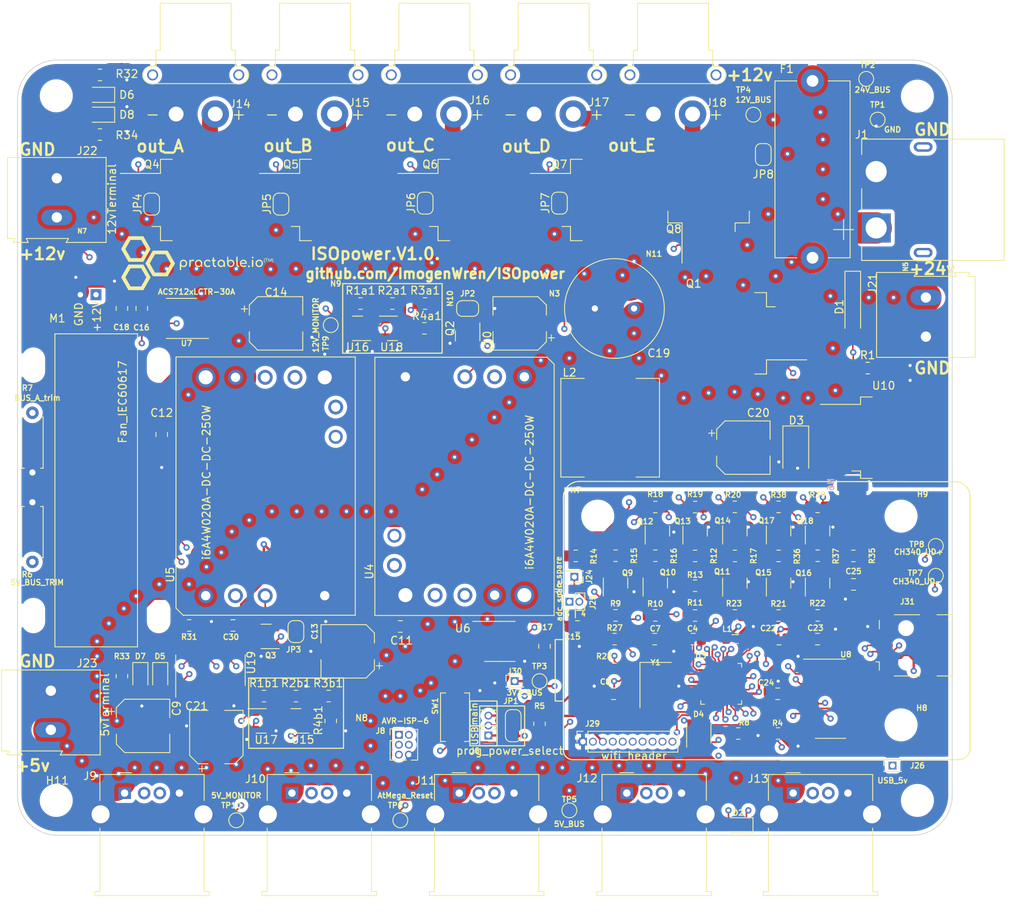
<source format=kicad_pcb>
(kicad_pcb (version 20211014) (generator pcbnew)
  (layers (0 "F.Cu" signal) (1 "In1.Cu" signal) (2 "In2.Cu" signal) (31 "B.Cu" signal) (34 "B.Paste" user) (35 "F.Paste" user) (36 "B.SilkS" user "B.Silkscreen") (37 "F.SilkS" user "F.Silkscreen") (38 "B.Mask" user) (39 "F.Mask" user) (44 "Edge.Cuts" user))
  (net 0 "")
  (net 1 "GND")
  (net 2 "MCU_5V")
  (net 3 "Net-(C7-Pad1)")
  (net 4 "Net-(C8-Pad1)")
  (net 5 "24V_BUS")
  (net 6 "/Power Distribution/5V_I_SENSE_IP")
  (net 7 "Net-(C17-Pad1)")
  (net 8 "Net-(C18-Pad1)")
  (net 9 "Net-(C22-Pad2)")
  (net 10 "Net-(C24-Pad1)")
  (net 11 "Net-(C25-Pad2)")
  (net 12 "Net-(D1-Pad2)")
  (net 13 "Net-(D2-Pad1)")
  (net 14 "Net-(D2-Pad2)")
  (net 15 "Net-(D3-Pad1)")
  (net 16 "Net-(D4-Pad2)")
  (net 17 "Net-(D4-Pad3)")
  (net 18 "Net-(D5-Pad1)")
  (net 19 "Net-(D5-Pad2)")
  (net 20 "Net-(D6-Pad1)")
  (net 21 "Net-(D6-Pad2)")
  (net 22 "Net-(D7-Pad1)")
  (net 23 "Net-(D8-Pad1)")
  (net 24 "Net-(D8-Pad2)")
  (net 25 "/Power Distribution/12V_I_SENSE_IP")
  (net 26 "/24V_0")
  (net 27 "Net-(J8-Pad1)")
  (net 28 "Net-(J8-Pad3)")
  (net 29 "Net-(J8-Pad4)")
  (net 40 "/24V_1")
  (net 41 "/Power Outputs/12V_OP_0")
  (net 42 "/Power Outputs/12V_OP_1")
  (net 43 "/Power Outputs/12V_OP_2")
  (net 44 "/Power Outputs/12V_OP_3")
  (net 45 "Net-(JP2-Pad2)")
  (net 46 "Net-(JP3-Pad2)")
  (net 47 "5V_BUS")
  (net 48 "/5V_BUS_MONITOR")
  (net 49 "/12V_BUS_MONITOR")
  (net 50 "/BUS_B_DISABLE")
  (net 51 "/BUS_A_DISABLE")
  (net 52 "/Power Outputs/5v to 12v logic conversion_v2/0_OUT")
  (net 53 "/Power Outputs/5v to 12v logic conversion_v2/1_OUT")
  (net 54 "/Power Outputs/5v to 12v logic conversion_v2/2_OUT")
  (net 55 "/Power Outputs/5v to 12v logic conversion_v2/3_OUT")
  (net 56 "/Power Outputs/5v to 12v logic conversion_v2/4_OUT")
  (net 57 "Net-(Q9-Pad1)")
  (net 58 "Net-(Q9-Pad3)")
  (net 59 "Net-(Q10-Pad1)")
  (net 60 "Net-(Q10-Pad3)")
  (net 61 "Net-(Q11-Pad1)")
  (net 62 "Net-(Q11-Pad3)")
  (net 63 "Net-(Q12-Pad1)")
  (net 64 "Net-(Q13-Pad1)")
  (net 65 "Net-(Q14-Pad1)")
  (net 66 "Net-(Q15-Pad1)")
  (net 67 "Net-(Q16-Pad1)")
  (net 68 "Net-(Q17-Pad1)")
  (net 69 "Net-(Q18-Pad1)")
  (net 70 "Net-(R1a1-Pad2)")
  (net 71 "Net-(R1b1-Pad2)")
  (net 72 "Net-(R3a1-Pad2)")
  (net 73 "Net-(R3b1-Pad2)")
  (net 74 "Net-(R6-Pad1)")
  (net 75 "Net-(R7-Pad1)")
  (net 76 "/Power Outputs/12V_OP_4")
  (net 77 "/AtMega328p/MCU_5V_BUS")
  (net 80 "/BUS_I_SENSE_A")
  (net 82 "/BUS_I_SENSE_B")
  (net 93 "12V_BUS")
  (net 94 "Net-(Q15-Pad3)")
  (net 95 "Net-(Q16-Pad3)")
  (net 96 "/AtMega328p/USB MCU CH340 Interface A/DTR_A")
  (net 97 "/3V3_BUS")
  (net 98 "Net-(D7-Pad2)")
  (net 99 "/USB_PBUS")
  (net 100 "/AtMega328p/CH_C")
  (net 101 "/AtMega328p/ADC5")
  (net 102 "/AtMega328p/ADC4")
  (net 107 "/AtMega328p/SSERIAL_TX")
  (net 108 "/AtMega328p/SSERIAL_RX")
  (net 110 "/AtMega328p/CH_F")
  (net 111 "/AtMega328p/CH_G")
  (net 112 "/AtMega328p/CH_H")
  (net 113 "/AtMega328p/CH_I")
  (net 114 "/AtMega328p/CH_J")
  (net 115 "/AtMega328p/USB MCU CH340 Interface A/RxD_A")
  (net 116 "/AtMega328p/USB MCU CH340 Interface A/TxD_A")
  (net 125 "HV")
  (net 126 "Net-(N5-Pad1)")
  (net 127 "GNDPWR")
  (net 128 "Net-(M1-Pad1)")
  (net 129 "Net-(N8-Pad2)")
  (net 130 "Net-(N9-Pad2)")
  (net 131 "/Power Outputs/MID_PWR")
  (net 132 "Net-(N10-Pad2)")
  (footprint "Diode_SMD:D_SMA" (layer "F.Cu") (at 157.184511 90.805 -90)
    (fp_text reference "D3")
    (fp_text value "1N5821")
  )
  (footprint "Connector_USB:USB_A_Molex_67643_Horizontal" (layer "F.Cu") (at 135.599511 134.319511)
    (fp_text reference "J12")
    (fp_text value "USB_CH_A")
  )
  (footprint "TestPoint:TestPoint_Pad_D1.5mm" (layer "F.Cu") (at 166.184511 43.049511 180)
    (fp_text reference "TP2")
    (fp_text value "24V_BUS")
  )
  (footprint "Jumper:SolderJumper-2_P1.3mm_Open_RoundedPad1.0x1.5mm" (layer "F.Cu") (at 109.855 58.928 90)
    (fp_text reference "JP6")
    (fp_text value "OP_2")
  )
  (footprint "Capacitor_SMD:CP_Elec_6.3x5.4" (layer "F.Cu") (at 90.805 74.295)
    (fp_text reference "C14")
    (fp_text value "22u")
  )
  (footprint "Package_TO_SOT_SMD:TO-263-2" (layer "F.Cu") (at 78.994511 58.524511)
    (fp_text reference "Q4")
    (fp_text value "IRF5305_PBF")
  )
  (footprint "Connector_AMASS:AMASS_XT30PW-F_1x02_P2.50mm_Horizontal" (layer "F.Cu") (at 93.284511 47.545)
    (fp_text reference "J15")
    (fp_text value "XT30_connector_DC_30A_female")
  )
  (footprint "NetTie:NetTie-2_SMD_Pad0.5mm" (layer "F.Cu") (at 126.365 71.12 90)
    (fp_text reference "N3")
    (fp_text value "Net_Tie")
  )
  (footprint "Package_TO_SOT_SMD:SOT-23" (layer "F.Cu") (at 144.324511 100.839511 90)
    (fp_text reference "Q13")
    (fp_text value "BC817")
  )
  (footprint "Package_DFN_QFN:QFN-32-1EP_5x5mm_P0.5mm_EP3.1x3.1mm" (layer "F.Cu") (at 147.659511 120.354511)
    (fp_text reference "U3")
    (fp_text value "ATmega328PB-M")
  )
  (footprint "Package_TO_SOT_SMD:TO-263-2" (layer "F.Cu") (at 96.774511 58.524511)
    (fp_text reference "Q5")
    (fp_text value "IRF5305_PBF")
  )
  (footprint "Resistor_SMD:R_0805_2012Metric_Pad1.20x1.40mm_HandSolder" (layer "F.Cu") (at 134.164511 103.989511)
    (fp_text reference "R15")
    (fp_text value "10k")
  )
  (footprint "Resistor_THT:R_Axial_DIN0207_L6.3mm_D2.5mm_P7.62mm_Horizontal" (layer "F.Cu") (at 59.69 85.725 -90)
    (fp_text reference "R7")
    (fp_text value "BUS_A_trim")
  )
  (footprint "Package_SO:SOIC-14_3.9x8.7mm_P1.27mm" (layer "F.Cu") (at 82.429511 118.614511 90)
    (fp_text reference "U19")
    (fp_text value "HEF4093B")
  )
  (footprint "Jumper:SolderJumper-2_P1.3mm_Open_RoundedPad1.0x1.5mm" (layer "F.Cu") (at 93.345 113.68 90)
    (fp_text reference "JP3")
    (fp_text value "DSBL_BYPSS_A")
  )
  (footprint "Connector_PinHeader_1.27mm:PinHeader_2x03_P1.27mm_Vertical" (layer "F.Cu") (at 106.494511 126.869511)
    (fp_text reference "J8")
    (fp_text value "AVR-ISP-6")
  )
  (footprint "Connector_PinHeader_1.27mm:PinHeader_1x02_P1.27mm_Vertical" (layer "F.Cu") (at 128.27 109.855 90)
    (fp_text reference "J25")
    (fp_text value "adc_spare")
  )
  (footprint "Capacitor_SMD:C_0805_2012Metric_Pad1.18x1.45mm_HandSolder" (layer "F.Cu") (at 76.2 88.4975 -90)
    (fp_text reference "C12")
    (fp_text value "100n")
  )
  (footprint "Package_TO_SOT_SMD:TO-263-5_TabPin3" (layer "F.Cu") (at 168.409511 88.9)
    (fp_text reference "U10")
    (fp_text value "LM2596S-5")
  )
  (footprint "TerminalBlock:TerminalBlock_Altech_AK300-2_P5.00mm" (layer "F.Cu") (at 173.804511 75.989511 90)
    (fp_text reference "J21")
    (fp_text value "24vTerminal")
  )
  (footprint "Resistor_SMD:R_0805_2012Metric_Pad1.20x1.40mm_HandSolder" (layer "F.Cu") (at 134.023088 118.449511)
    (fp_text reference "R28")
    (fp_text value "220r")
  )
  (footprint "Package_TO_SOT_SMD:SOT-23" (layer "F.Cu") (at 139.244511 107.467011 90)
    (fp_text reference "Q10")
    (fp_text value "BC817")
  )
  (footprint "NetTie:NetTie-2_SMD_Pad0.5mm" (layer "F.Cu") (at 66.04 64 90)
    (fp_text reference "N7")
    (fp_text value "Net_Tie")
  )
  (footprint "Capacitor_SMD:C_0805_2012Metric_Pad1.18x1.45mm_HandSolder" (layer "F.Cu") (at 164.56179 107.654511)
    (fp_text reference "C25")
    (fp_text value "4n7")
  )
  (footprint "Resistor_SMD:R_0805_2012Metric_Pad1.20x1.40mm_HandSolder" (layer "F.Cu") (at 109.842141 71.755 180)
    (fp_text reference "R3a1")
    (fp_text value "560r")
  )
  (footprint "Package_TO_SOT_SMD:TO-263-2" (layer "F.Cu") (at 150.495 75.565 180)
    (fp_text reference "Q1")
    (fp_text value "IRF5305_PBF")
  )
  (footprint "Capacitor_SMD:CP_Elec_6.3x7.7" (layer "F.Cu") (at 121.92 74.295 180)
    (fp_text reference "C10")
    (fp_text value "100u")
  )
  (footprint "Capacitor_SMD:C_0805_2012Metric_Pad1.18x1.45mm_HandSolder" (layer "F.Cu") (at 71.12 72.39 90)
    (fp_text reference "C18")
    (fp_text value "1n")
  )
  (footprint "ISOpower:i6A4W-DIP" (layer "F.Cu") (at 81.824511 109.089511 90)
    (fp_text reference "U5")
    (fp_text value "i6A4W020A-DC-DC-250W")
  )
  (footprint "Resistor_SMD:R_0805_2012Metric_Pad1.20x1.40mm_HandSolder" (layer "F.Cu") (at 149.404511 111.629511 180)
    (fp_text reference "R23")
    (fp_text value "10k")
  )
  (footprint "Resistor_SMD:R_0805_2012Metric_Pad1.20x1.40mm_HandSolder" (layer "F.Cu") (at 166.37 80.01)
    (fp_text reference "R1")
    (fp_text value "330r")
  )
  (footprint "Connector_AMASS:AMASS_XT30PW-F_1x02_P2.50mm_Horizontal" (layer "F.Cu") (at 78.044511 47.545)
    (fp_text reference "J14")
    (fp_text value "XT30_connector_DC_30A_female")
  )
  (footprint "Connector_AMASS:AMASS_XT30PW-F_1x02_P2.50mm_Horizontal" (layer "F.Cu") (at 139.004511 47.545)
    (fp_text reference "J18")
    (fp_text value "XT30_connector_DC_30A_female")
  )
  (footprint "Capacitor_SMD:C_0805_2012Metric_Pad1.18x1.45mm_HandSolder" (layer "F.Cu") (at 144.082011 114.639511 180)
    (fp_text reference "C4")
    (fp_text value "100n")
  )
  (footprint "NetTie:NetTie-2_SMD_Pad0.5mm" (layer "F.Cu") (at 112.395 71.12 -90)
    (fp_text reference "N10")
    (fp_text value "Net_Tie")
  )
  (footprint "Package_SO:SOIC-8_3.9x4.9mm_P1.27mm" (layer "F.Cu") (at 119.38 114.935)
    (fp_text reference "U6")
    (fp_text value "ACS712xLCTR-30A" hide)
  )
  (footprint "Resistor_SMD:R_0805_2012Metric_Pad1.20x1.40mm_HandSolder" (layer "F.Cu") (at 101.587141 71.755)
    (fp_text reference "R1a1")
    (fp_text value "560r")
  )
  (footprint "LED_SMD:LED_0805_2012Metric_Pad1.15x1.40mm_HandSolder" (layer "F.Cu") (at 76.014511 119.494511 -90)
    (fp_text reference "D5")
    (fp_text value "GREEN")
  )
  (footprint "LED_SMD:LED_0805_2012Metric_Pad1.15x1.40mm_HandSolder" (layer "F.Cu") (at 149.86 138.43 180)
    (fp_text reference "D2")
    (fp_text value "Blue")
  )
  (footprint "Button_Switch_SMD:SW_SPST_EVQPE1" (layer "F.Cu") (at 113.665 124.62 90)
    (fp_text reference "SW1")
    (fp_text value "SW_Push" hide)
  )
  (footprint "Resistor_SMD:R_0805_2012Metric_Pad1.20x1.40mm_HandSolder" (layer "F.Cu") (at 97.52 121.92 180)
    (fp_text reference "R3b1")
    (fp_text value "560r")
  )
  (footprint "Connector_PinHeader_1.27mm:PinHeader_1x01_P1.27mm_Vertical" (layer "F.Cu") (at 128.905 106.68 180)
    (fp_text reference "J24")
    (fp_text value "dio_spare")
  )
  (footprint "TerminalBlock:TerminalBlock_Altech_AK300-2_P5.00mm" (layer "F.Cu") (at 62.804511 55.749511 -90)
    (fp_text reference "J22")
    (fp_text value "12vTerminal")
  )
  (footprint "TestPoint:TestPoint_Pad_D1.5mm" (layer "F.Cu") (at 175.074511 106.549511 90)
    (fp_text reference "TP7")
    (fp_text value "CH340_UD-")
  )
  (footprint "TestPoint:TestPoint_Pad_D1.5mm" (layer "F.Cu") (at 151.765 47.625 90)
    (fp_text reference "TP4")
    (fp_text value "12V_BUS")
  )
  (footprint "Crystal:Crystal_SMD_Abracon_ABM3C-4Pin_5.0x3.2mm" (layer "F.Cu") (at 139.284511 120.519511 -90)
    (fp_text reference "Y1")
    (fp_text value "16MHz")
  )
  (footprint "Inductor_SMD:L_0805_2012Metric_Pad1.05x1.20mm_HandSolder" (layer "F.Cu") (at 149.444511 114.639511)
    (fp_text reference "L1")
    (fp_text value "10uH")
  )
  (footprint "Connector_USB:USB_A_Molex_67643_Horizontal" (layer "F.Cu") (at 156.849506 134.319511)
    (fp_text reference "J13")
    (fp_text value "USB_CH_A")
  )
  (footprint "Resistor_SMD:R_0805_2012Metric_Pad1.20x1.40mm_HandSolder" (layer "F.Cu") (at 89.265 121.92)
    (fp_text reference "R1b1")
    (fp_text value "470r")
  )
  (footprint "Capacitor_SMD:CP_Elec_6.3x7.7" (layer "F.Cu") (at 73.82 125.73)
    (fp_text reference "C9")
    (fp_text value "100u")
  )
  (footprint "Resistor_SMD:R_0805_2012Metric_Pad1.20x1.40mm_HandSolder" (layer "F.Cu") (at 149.834511 126.704511)
    (fp_text reference "R8")
    (fp_text value "1M")
  )
  (footprint "LED_SMD:LED_0805_2012Metric_Pad1.15x1.40mm_HandSolder" (layer "F.Cu") (at 68.335 45.085 180)
    (fp_text reference "D6")
    (fp_text value "GREEN")
  )
  (footprint "TestPoint:TestPoint_Pad_D1.5mm" (layer "F.Cu") (at 85.725 137.795 180)
    (fp_text reference "TP10")
    (fp_text value "5V_MONITOR")
  )
  (footprint "NetTie:NetTie-2_SMD_Pad0.5mm" (layer "F.Cu") (at 98.425 70.985 -90)
    (fp_text reference "N9")
    (fp_text value "Net_Tie")
  )
  (footprint "Capacitor_SMD:CP_Elec_6.3x7.7" (layer "F.Cu") (at 150.495 90.17)
    (fp_text reference "C20")
    (fp_text value "220u")
  )
  (footprint "Resistor_SMD:R_0805_2012Metric_Pad1.20x1.40mm_HandSolder" (layer "F.Cu") (at 154.987697 111.629511 180)
    (fp_text reference "R21")
    (fp_text value "10k")
  )
  (footprint "LED_SMD:LED_0805_2012Metric_Pad1.15x1.40mm_HandSolder" (layer "F.Cu") (at 73.474511 119.494511 -90)
    (fp_text reference "D7")
    (fp_text value "RED")
  )
  (footprint "Package_TO_SOT_SMD:SOT-23" (layer "F.Cu") (at 149.404511 100.814511 90)
    (fp_text reference "Q14")
    (fp_text value "BC817")
  )
  (footprint "NetTie:NetTie-8-15A_1oz_2oz_chamf" (layer "F.Cu") (at 139.065 67.945)
    (fp_text reference "N11")
    (fp_text value "pwr_tie")
  )
  (footprint "Capacitor_SMD:C_0805_2012Metric_Pad1.18x1.45mm_HandSolder" (layer "F.Cu") (at 129.3075 113.03)
    (fp_text reference "C15")
    (fp_text value "100n")
  )
  (footprint "Resistor_SMD:R_0805_2012Metric_Pad1.20x1.40mm_HandSolder" (layer "F.Cu") (at 144.324511 97.77)
    (fp_text reference "R19")
    (fp_text value "10k")
  )
  (footprint "Resistor_SMD:R_0805_2012Metric_Pad1.20x1.40mm_HandSolder" (layer "F.Cu") (at 144.324511 107.819511 180)
    (fp_text reference "R13")
    (fp_text value "10k")
  )
  (footprint "ISOpower:i6A4W-DIP" (layer "F.Cu") (at 122.524511 81.119511 -90)
    (fp_text reference "U4")
    (fp_text value "i6A4W020A-DC-DC-250W")
  )
  (footprint "TestPoint:TestPoint_Pad_D1.5mm" (layer "F.Cu") (at 124.46 120.015)
    (fp_text reference "TP3")
    (fp_text value "3V3_BUS")
  )
  (footprint "Resistor_SMD:R_0805_2012Metric_Pad1.20x1.40mm_HandSolder" (layer "F.Cu") (at 154.987697 104.009511 180)
    (fp_text reference "R36")
    (fp_text value "10k")
  )
  (footprint "NetTie:NetTie-8-15A_1oz_2oz_long" (layer "F.Cu") (at 101.854 121.92 180)
    (fp_text reference "N8")
    (fp_text value "Net_Tie")
  )
  (footprint "Resistor_SMD:R_0805_2012Metric_Pad1.20x1.40mm_HandSolder" (layer "F.Cu") (at 134.054511 114.639511)
    (fp_text reference "R27")
    (fp_text value "220r")
  )
  (footprint "Package_TO_SOT_SMD:SOT-23" (layer "F.Cu") (at 139.514511 100.839511 90)
    (fp_text reference "Q12")
    (fp_text value "BC817")
  )
  (footprint "Capacitor_SMD:C_0805_2012Metric_Pad1.18x1.45mm_HandSolder" (layer "F.Cu") (at 133.922011 121.624511 180)
    (fp_text reference "C8")
    (fp_text value "22p")
  )
  (footprint "Capacitor_THT:C_Radial_D12.5mm_H20.0mm_P5.00mm" (layer "F.Cu") (at 136.525 72.39 180)
    (fp_text reference "C19")
    (fp_text value "680u")
  )
  (footprint "MountingHole:MountingHole_3.2mm_M3" (layer "F.Cu") (at 131.894511 98.929511)
    (fp_text reference "H7")
    (fp_text value "MountingHole" hide)
  )
  (footprint "ISOpower:Fan12V_40by10.5mm" (layer "F.Cu") (at 67.809511 70.629511 -90)
    (fp_text reference "M1")
    (fp_text value "Fan_IEC60617")
  )
  (footprint "TestPoint:TestPoint_Pad_D1.5mm" (layer "F.Cu") (at 167.64 48.26 90)
    (fp_text reference "TP1")
    (fp_text value "GND")
  )
  (footprint "Connector_USB:USB_A_Molex_67643_Horizontal" (layer "F.Cu") (at 92.834511 134.319511)
    (fp_text reference "J10")
    (fp_text value "USB_CH_A")
  )
  (footprint "Package_TO_SOT_SMD:TO-263-2" (layer "F.Cu") (at 114.439511 58.524511)
    (fp_text reference "Q6")
    (fp_text value "IRF5305_PBF")
  )
  (footprint "Package_TO_SOT_SMD:SOT-143" (layer "F.Cu") (at 144.799511 126.704511 90)
    (fp_text reference "D4")
    (fp_text value "PRTR5V0U2X")
  )
  (footprint "Connector_PinHeader_1.27mm:PinHeader_1x03_P1.27mm_Vertical" (layer "F.Cu") (at 117.924511 126.954511 180)
    (fp_text reference "J6")
    (fp_text value "prog_power_select" hide)
  )
  (footprint "Jumper:SolderJumper-2_P1.3mm_Open_RoundedPad1.0x1.5mm" (layer "F.Cu") (at 74.915 59.055 90)
    (fp_text reference "JP4")
    (fp_text value "OP_0")
  )
  (footprint "Resistor_THT:R_Axial_DIN0207_L6.3mm_D2.5mm_P7.62mm_Horizontal" (layer "F.Cu") (at 59.69 104.775 90)
    (fp_text reference "R6")
    (fp_text value "5V_BUS_TRIM")
  )
  (footprint "Connector_AMASS:AMASS_XT60PW-M" (layer "F.Cu") (at 173.454511 58.499511 -90)
    (fp_text reference "J1")
    (fp_text value "XT60_connector_DC_60A_male")
  )
  (footprint "Resistor_SMD:R_0805_2012Metric_Pad1.20x1.40mm_HandSolder" (layer "F.Cu") (at 79.714511 112.899511)
    (fp_text reference "R31")
    (fp_text value "220r")
  )
  (footprint "Connector_PinHeader_1.27mm:PinHeader_1x01_P1.27mm_Vertical" (layer "F.Cu") (at 169.545 130.81)
    (fp_text reference "J26")
    (fp_text value "USB_5v")
  )
  (footprint "Resistor_SMD:R_0805_2012Metric_Pad1.20x1.40mm_HandSolder" (layer "F.Cu") (at 144.324511 104.009511)
    (fp_text reference "R12")
    (fp_text value "10k")
  )
  (footprint "Jumper:SolderJumper-3_P1.3mm_Bridged12_RoundedPad1.0x1.5mm_NumberLabels" (layer "F.Cu") (at 121.099511 125.709511 -90)
    (fp_text reference "JP1")
    (fp_text value "prog_power_select")
  )
  (footprint "Resistor_SMD:R_0805_2012Metric_Pad1.20x1.40mm_HandSolder" (layer "F.Cu") (at 109.747141 74.93 180)
    (fp_text reference "R4a1")
    (fp_text value "2k0")
  )
  (footprint "Capacitor_SMD:C_0805_2012Metric_Pad1.18x1.45mm_HandSolder" (layer "F.Cu") (at 154.877011 121.624511 180)
    (fp_text reference "C24")
    (fp_text value "100n")
  )
  (footprint "Connector_AMASS:AMASS_XT30PW-F_1x02_P2.50mm_Horizontal" (layer "F.Cu") (at 123.764511 47.545)
    (fp_text reference "J17")
    (fp_text value "XT30_connector_DC_30A_female")
  )
  (footprint "Resistor_SMD:R_0805_2012Metric_Pad1.20x1.40mm_HandSolder" (layer "F.Cu") (at 149.404511 104.009511 180)
    (fp_text reference "R17")
    (fp_text value "10k")
  )
  (footprint "Capacitor_SMD:C_0805_2012Metric_Pad1.18x1.45mm_HandSolder" (layer "F.Cu") (at 159.957011 114.639511)
    (fp_text reference "C23")
    (fp_text value "100n")
  )
  (footprint "Resistor_SMD:R_0805_2012Metric_Pad1.20x1.40mm_HandSolder" (layer "F.Cu") (at 129.084511 104.009511 180)
    (fp_text reference "R14")
    (fp_text value "10k")
  )
  (footprint "Package_TO_SOT_SMD:TO-263-2" (layer "F.Cu") (at 146.05 58.505 90)
    (fp_text reference "Q8")
    (fp_text value "IRF5305_PBF")
  )
  (footprint "MountingHole:MountingHole_3.2mm_M3" (layer "F.Cu") (at 170.629511 125.599511)
    (fp_text reference "H8")
    (fp_text value "MountingHole" hide)
  )
  (footprint "Jumper:SolderJumper-2_P1.3mm_Open_RoundedPad1.0x1.5mm" (layer "F.Cu") (at 127 58.928 90)
    (fp_text reference "JP7")
    (fp_text value "OP_3")
  )
  (footprint "Resistor_SMD:R_0805_2012Metric_Pad1.20x1.40mm_HandSolder" (layer "F.Cu") (at 124.46 125.46 -90)
    (fp_text reference "R5")
    (fp_text value "10k")
  )
  (footprint "Package_SO:SOIC-16_3.9x9.9mm_P1.27mm" (layer "F.Cu") (at 161.629511 122.259511)
    (fp_text reference "U8")
    (fp_text value "CH340C")
  )
  (footprint "Capacitor_SMD:C_0805_2012Metric_Pad1.18x1.45mm_HandSolder" (layer "F.Cu") (at 85.307011 112.899511 180)
    (fp_text reference "C30")
    (fp_text value "100n")
  )
  (footprint "Resistor_SMD:R_0805_2012Metric_Pad1.20x1.40mm_HandSolder" (layer "F.Cu") (at 159.96873 111.609511)
    (fp_text reference "R22")
    (fp_text value "10k")
  )
  (footprint "Capacitor_SMD:C_0805_2012Metric_Pad1.18x1.45mm_HandSolder" (layer "F.Cu") (at 106.68 113.03 180)
    (fp_text reference "C11")
    (fp_text value "100n")
  )
  (footprint "TestPoint:TestPoint_Pad_D1.5mm" (layer "F.Cu") (at 128.27 136.525)
    (fp_text reference "TP5")
    (fp_text value "5V_BUS")
  )
  (footprint "000_Graphics_Immo:practactable.io_text_20x8" (layer "F.Cu") (at 80.645 66.675)
    (fp_text reference "G***" hide)
    (fp_text value "LOGO" hide)
  )
  (footprint "Connector_AMASS:AMASS_XT30PW-F_1x02_P2.50mm_Horizontal" (layer "F.Cu") (at 108.524511 47.545)
    (fp_text reference "J16")
    (fp_text value "XT30_connector_DC_30A_female")
  )
  (footprint "Connector_USB:USB_A_Molex_67643_Horizontal" (layer "F.Cu") (at 71.464511 134.319511)
    (fp_text reference "J9")
    (fp_text value "USB_CH_A")
  )
  (footprint "Resistor_SMD:R_0805_2012Metric_Pad1.20x1.40mm_HandSolder" (layer "F.Cu") (at 97.79 125.095 -90)
    (fp_text reference "R4b1")
    (fp_text value "470r")
  )
  (footprint "Resistor_SMD:R_0805_2012Metric_Pad1.20x1.40mm_HandSolder" (layer "F.Cu") (at 164.545544 104.009511)
    (fp_text reference "R35")
    (fp_text value "10k")
  )
  (footprint "TestPoint:TestPoint_Pad_D1.5mm" (layer "F.Cu") (at 106.68 137.795)
    (fp_text reference "TP6")
    (fp_text value "AtMega_Reset")
  )
  (footprint "Capacitor_SMD:C_0805_2012Metric_Pad1.18x1.45mm_HandSolder" (layer "F.Cu") (at 139.172011 114.639511)
    (fp_text reference "C7")
    (fp_text value "22p")
  )
  (footprint "Jumper:SolderJumper-2_P1.3mm_Open_RoundedPad1.0x1.5mm" (layer "F.Cu") (at 91.44 59.055 90)
    (fp_text reference "JP5")
    (fp_text value "OP_1")
  )
  (footprint "Package_SO:SOIC-8_3.9x4.9mm_P1.27mm" (layer "F.Cu") (at 78.74 73.66 180)
    (fp_text reference "U7")
    (fp_text value "ACS712xLCTR-30A")
  )
  (footprint "Resistor_SMD:R_0805_2012Metric_Pad1.20x1.40mm_HandSolder" (layer "F.Cu") (at 68.31 50.165)
    (fp_text reference "R34")
    (fp_text value "220r")
  )
  (footprint "Resistor_SMD:R_0805_2012Metric_Pad1.20x1.40mm_HandSolder" (layer "F.Cu") (at 154.987697 97.745)
    (fp_text reference "R38")
    (fp_text value "10k")
  )
  (footprint "Package_TO_SOT_SMD:SOT-23" (layer "F.Cu") (at 93.345 125.095 180)
    (fp_text reference "U15")
    (fp_text value "TL431DBZ")
  )
  (footprint "Package_TO_SOT_SMD:SOT-23" (layer "F.Cu") (at 101.222141 74.93 180)
    (fp_text reference "U16")
    (fp_text value "TL431DBZ")
  )
  (footprint "Connector_PinHeader_1.27mm:PinHeader_1x01_P1.27mm_Vertical" (layer "F.Cu") (at 121.285 120.015)
    (fp_text reference "J30")
    (fp_text value "3V3_spare" hide)
  )
  (footprint "Capacitor_SMD:C_0805_2012Metric_Pad1.18x1.45mm_HandSolder" (layer "F.Cu") (at 155.047011 114.639511)
    (fp_text reference "C22")
    (fp_text value "100n")
  )
  (footprint "LED_SMD:LED_0805_2012Metric_Pad1.15x1.40mm_HandSolder" (layer "F.Cu") (at 68.335 47.625 180)
    (fp_text reference "D8")
    (fp_text value "RED")
  )
  (footprint "NetTie:NetTie-2_SMD_Pad0.5mm" (layer "F.Cu") (at 169.716957 67.070679 180)
    (fp_text reference "N5")
    (fp_text value "Net_Tie")
  )
  (footprint "Capacitor_SMD:C_0805_2012Metric_Pad1.18x1.45mm_HandSolder" (layer "F.Cu") (at 125.095 115.57 -90)
    (fp_text reference "C17")
    (fp_text value "1n")
  )
  (footprint "Resistor_SMD:R_0805_2012Metric_Pad1.20x1.40mm_HandSolder" (layer "F.Cu") (at 139.244511 97.77)
    (fp_text reference "R18")
    (fp_text value "10k")
  )
  (footprint "Connector_PinSocket_1.27mm:PinSocket_1x10_P1.27mm_Vertical" (layer "F.Cu") (at 130.004511 127.747783 90)
    (fp_text reference "J29")
    (fp_text value "wifi_header")
  )
  (footprint "Package_TO_SOT_SMD:SOT-23" (layer "F.Cu") (at 88.9 125.095)
    (fp_text reference "U17")
    (fp_text value "TL431DBZ")
  )
  (footprint "Package_TO_SOT_SMD:SOT-23" (layer "F.Cu") (at 159.96873 107.487011 90)
    (fp_text reference "Q16")
    (fp_text value "BC817")
  )
  (footprint "Jumper:SolderJumper-2_P1.3mm_Open_RoundedPad1.0x1.5mm" (layer "F.Cu") (at 115.274511 72.39 180)
    (fp_text reference "JP2")
    (fp_text value "DSBL_BYPSS_B")
  )
  (footprint "Resistor_SMD:R_0805_2012Metric_Pad1.20x1.40mm_HandSolder" (layer "F.Cu") (at 139.244511 103.989511 180)
    (fp_text reference "R16")
    (fp_text value "10k")
  )
  (footprint "Package_TO_SOT_SMD:SOT-23" (layer "F.Cu") (at 154.987697 100.814511 90)
    (fp_text reference "Q17")
    (fp_text value "BC817")
  )
  (footprint "Resistor_SMD:R_0805_2012Metric_Pad1.20x1.40mm_HandSolder" (layer "F.Cu") (at 93.345 121.92)
    (fp_text reference "R2b1")
    (fp_text value "560r")
  )
  (footprint "Package_TO_SOT_SMD:SOT-23" (layer "F.Cu") (at 154.987697 107.487011 90)
    (fp_text reference "Q15")
    (fp_text value "BC817")
  )
  (footprint "Jumper:SolderJumper-2_P1.3mm_Open_RoundedPad1.0x1.5mm" (layer "F.Cu") (at 153.035 52.72 90)
    (fp_text reference "JP8")
    (fp_text value "OP_4")
  )
  (footprint "Package_TO_SOT_SMD:SOT-23" (layer "F.Cu") (at 115.274511 75.904511 -90)
    (fp_text reference "Q2")
    (fp_text value "Si2319CDS")
  )
  (footprint "Resistor_SMD:R_0805_2012Metric_Pad1.20x1.40mm_HandSolder" (layer "F.Cu") (at 134.164511 111.609511 180)
    (fp_text reference "R9")
    (fp_text value "10k")
  )
  (footprint "Resistor_SMD:R_0805_2012Metric_Pad1.20x1.40mm_HandSolder" (layer "F.Cu") (at 139.244511 111.609511 180)
    (fp_text reference "R10")
    (fp_text value "10k")
  )
  (footprint "Fuse:Fuseholder_Cylinder-5x20mm_Stelvio-Kontek_PTF78_Horizontal_Open" (layer "F.Cu") (at 159.324511 43.309511 -90)
    (fp_text reference "F1")
    (fp_text value "20A")
  )
  (footprint "Resistor_SMD:R_0805_2012Metric_Pad1.20x1.40mm_HandSolder" (layer "F.Cu") (at 144.324511 111.629511)
    (fp_text reference "R11")
    (fp_text value "10k")
  )
  (footprint "Package_TO_SOT_SMD:SOT-23" (layer "F.Cu") (at 159.96873 100.814511 90)
    (fp_text reference "Q18")
    (fp_text value "BC817")
  )
  (footprint "Package_TO_SOT_SMD:SOT-23" (layer "F.Cu") (at 134.164511 107.467011 90)
    (fp_text reference "Q9")
    (fp_text value "BC817")
  )
  (footprint "Capacitor_SMD:CP_Elec_6.3x7.7" (layer "F.Cu") (at 83.185 127.16 90)
    (fp_text reference "C21")
    (fp_text value "100u")
  )
  (footprint "Resistor_SMD:R_0805_2012Metric_Pad1.20x1.40mm_HandSolder" (layer "F.Cu") (at 68.31 42.545)
    (fp_text reference "R32")
    (fp_text value "220r")
  )
  (footprint "Resistor_SMD:R_0805_2012Metric_Pad1.20x1.40mm_HandSolder" (layer "F.Cu") (at 154.914511 126.704511)
    (fp_text reference "R4")
    (fp_text value "330r")
  )
  (footprint "Connector_USB:USB_Mini-B_Lumberg_2486_01_Horizontal" (layer "F.Cu") (at 171.264511 115.439511 90)
    (fp_text reference "J31")
    (fp_text value "USB_B_Mini")
  )
  (footprint "MountingHole:ISOpower_4xmounting_M3" (layer "F.Cu") (at 62.865 135.255 90)
    (fp_text reference "H11")
    (fp_text value "2x2_ISOpower_mountingHoles")
  )
  (footprint "TerminalBlock:TerminalBlock_Altech_AK300-2_P5.00mm" (layer "F.Cu") (at 62.044511 121.234511 -90)
    (fp_text reference "J23")
    (fp_text value "5vTerminal")
  )
  (footprint "Package_TO_SOT_SMD:SOT-23" (layer "F.Cu") (at 149.404511 107.487011 90)
    (fp_text reference "Q11")
    (fp_text value "BC817")
  )
  (footprint "Resistor_SMD:R_0805_2012Metric_Pad1.20x1.40mm_HandSolder" (layer "F.Cu") (at 159.96873 97.745)
    (fp_text reference "R39")
    (fp_text value "10k")
  )
  (footprint "Resistor_SMD:R_0805_2012Metric_Pad1.20x1.40mm_HandSolder" (layer "F.Cu") (at 159.96873 103.989511 180)
    (fp_text reference "R37")
    (fp_text value "10k")
  )
  (footprint "TestPoint:TestPoint_Pad_D1.5mm" (layer "F.Cu") (at 97.79 74.515489)
    (fp_text reference "TP9")
    (fp_text value "12V_MONITOR")
  )
  (footprint "Package_TO_SOT_SMD:TO-263-2" (layer "F.Cu") (at 131.36 58.524511)
    (fp_text reference "Q7")
    (fp_text value "IRF5305_PBF")
  )
  (footprint "Capacitor_SMD:CP_Elec_6.3x5.4" (layer "F.Cu") (at 99.955 116.205 180)
    (fp_text reference "C13")
    (fp_text value "22u")
  )
  (footprint "Capacitor_SMD:C_0805_2012Metric_Pad1.18x1.45mm_HandSolder" (layer "F.Cu") (at 73.66 72.386131 90)
    (fp_text reference "C16")
    (fp_text value "100n")
  )
  (footprint "Resistor_SMD:R_0805_2012Metric_Pad1.20x1.40mm_HandSolder" (layer "F.Cu") (at 71.12 119.38 -90)
    (fp_text reference "R33")
    (fp_text value "220r")
  )
  (footprint "Inductor_SMD:L_12x12mm_H8mm" (layer "F.Cu") (at 133.48 87.63 -90)
    (fp_text reference "L2")
    (fp_text value "33uH")
  )
  (footprint "Connector_USB:USB_A_Molex_67643_Horizontal" (layer "F.Cu") (at 114.204511 134.319511)
    (fp_text reference "J11")
    (fp_text value "USB_CH_A")
  )
  (footprint "Diode_SMD:D_MiniMELF_Handsoldering" (layer "F.Cu") (at 164.465 72.18 -90)
    (fp_text reference "D1")
    (fp_text value "BZV55B18")
  )
  (footprint "MountingHole:MountingHole_3.2mm_M3" (layer "F.Cu") (at 170.629511 98.929511)
    (fp_text reference "H9")
    (fp_text value "MountingHole")
  )
  (footprint "TestPoint:TestPoint_Pad_D1.5mm" (layer "F.Cu") (at 175.074511 102.739511 90)
    (fp_text reference "TP8")
    (fp_text value "CH340_UD+")
  )
  (footprint "Package_TO_SOT_SMD:SOT-23" (layer "F.Cu") (at 105.667141 74.93)
    (fp_text reference "U18")
    (fp_text value "TL431DBZ")
  )
  (footprint "Package_TO_SOT_SMD:SOT-23" (layer "F.Cu") (at 89.535 114.3 180)
    (fp_text reference "Q3")
    (fp_text value "Si2319CDS")
  )
  (footprint "Resistor_SMD:R_0805_2012Metric_Pad1.20x1.40mm_HandSolder" (layer "F.Cu") (at 149.404511 97.745)
    (fp_text reference "R20")
    (fp_text value "10k")
  )
  (footprint "Resistor_SMD:R_0805_2012Metric_Pad1.20x1.40mm_HandSolder" (layer "F.Cu") (at 105.667141 71.755)
    (fp_text reference "R2a1")
    (fp_text value "2k2")
  )
  (footprint "000_Graphics_Immo:practactable.io_text_30x11_SM" (layer "B.Cu") (at 136.525 89.535 180)
    (fp_text reference "G***" hide)
    (fp_text value "LOGO" hide)
  )
  (footprint "NetTie:NetTie-8-15A_1oz_2oz" (layer "B.Cu") (at 164.465 94.75 -90)
    (fp_text reference "N6")
    (fp_text value "Net_Tie")
  )
  (gr_line (start 128.651 130.048) (end 177.927 130.048) (layer "F.SilkS") (width 0.15))
  (gr_rect (start 115.57 122.555) (end 119.034511 125.73) (layer "F.SilkS") (width 0.15) (fill none))
  (gr_arc (start 127.508 96.52) (mid 128.103159 95.083159) (end 129.54 94.488) (layer "F.SilkS") (width 0.15))
  (gr_rect (start 126.459511 114.704511) (end 127.508 122.555) (layer "F.SilkS") (width 0.15) (fill none))
  (gr_line (start 177.506159 94.527841) (end 129.54 94.488) (layer "F.SilkS") (width 0.15))
  (gr_line (start 179.451 128.651) (end 179.451 96.52) (layer "F.SilkS") (width 0.15))
  (gr_arc (start 177.379159 94.527841) (mid 178.858898 95.06235) (end 179.451 96.52) (layer "F.SilkS") (width 0.15))
  (gr_arc (start 179.451 128.651) (mid 178.976831 129.663498) (end 177.927 130.048) (layer "F.SilkS") (width 0.15))
  (gr_rect (start 87.31 119.615) (end 99.422781 128.59) (layer "F.SilkS") (width 0.15) (fill none))
  (gr_rect (start 115.57 125.73) (end 119.034511 128.27) (layer "F.SilkS") (width 0.15) (fill none))
  (gr_rect (start 99.317141 69.215) (end 112.017141 78.105) (layer "F.SilkS") (width 0.15) (fill none))
  (gr_arc (start 128.651 130.048) (mid 127.817361 129.648925) (end 127.508 128.778) (layer "F.SilkS") (width 0.15))
  (gr_rect (start 116.814511 123.19) (end 122.555 128.27) (layer "F.SilkS") (width 0.15) (fill none))
  (gr_line (start 127.508 96.393) (end 127.508 128.778) (layer "F.SilkS") (width 0.15))
  (gr_arc (start 62.865 139.7) (mid 59.272898 138.212102) (end 57.785 134.62) (layer "Edge.Cuts") (width 0.1))
  (gr_line (start 57.785 45.72) (end 57.785 134.62) (layer "Edge.Cuts") (width 0.1))
  (gr_arc (start 57.785 45.72) (mid 59.272898 42.127898) (end 62.865 40.64) (layer "Edge.Cuts") (width 0.1))
  (gr_line (start 172.085 40.64) (end 62.865 40.64) (layer "Edge.Cuts") (width 0.1))
  (gr_arc (start 172.085 40.64) (mid 175.677102 42.127898) (end 177.165 45.72) (layer "Edge.Cuts") (width 0.1))
  (gr_line (start 177.165 134.62) (end 177.165 45.72) (layer "Edge.Cuts") (width 0.1))
  (gr_arc (start 177.165 134.62) (mid 175.677102 138.212102) (end 172.085 139.7) (layer "Edge.Cuts") (width 0.1))
  (gr_line (start 62.865 139.7) (end 172.085 139.7) (layer "Edge.Cuts") (width 0.1))
  (gr_text "+5v" (at 59.69 130.81) (layer "F.SilkS") (effects (font (size 1.5 1.5) (thickness 0.3))))
  (gr_text "+12v" (at 60.96 65.405) (layer "F.SilkS") (effects (font (size 1.5 1.5) (thickness 0.3))))
  (gr_text "main" (at 116.11965 124.202452 90) (layer "F.SilkS") (effects (font (size 0.8 0.8))))
  (gr_text "out_A" (at 75.998516 51.652874) (layer "F.SilkS") (effects (font (size 1.5 1.5) (thickness 0.3))))
  (gr_text "out_C" (at 107.968519 51.508973) (layer "F.SilkS") (effects (font (size 1.5 1.5) (thickness 0.3))))
  (gr_text "+24v" (at 174.625 67.31) (layer "F.SilkS") (effects (font (size 1.5 1.5) (thickness 0.3))))
  (gr_text "out_B" (at 92.339922 51.58912) (layer "F.SilkS") (effects (font (size 1.5 1.5) (thickness 0.3))))
  (gr_text "out_E" (at 136.27019 51.541862) (layer "F.SilkS") (effects (font (size 1.5 1.5) (thickness 0.3))))
  (gr_text "USB" (at 116.205 127 90) (layer "F.SilkS") (effects (font (size 0.8 0.8))))
  (gr_text "ISOpower.V1.0." (at 103.505 65.405) (layer "F.SilkS") (effects (font (size 1.5 1.5) (thickness 0.3))))
  (gr_text "GND" (at 174.625 49.53) (layer "F.SilkS") (effects (font (size 1.5 1.5) (thickness 0.3))))
  (gr_text "+12v" (at 151.298415 42.545) (layer "F.SilkS") (effects (font (size 1.5 1.5) (thickness 0.3))))
  (gr_text "GND" (at 60.325 52.07) (layer "F.SilkS") (effects (font (size 1.5 1.5) (thickness 0.3))))
  (gr_text "GND" (at 174.625 80.01) (layer "F.SilkS") (effects (font (size 1.5 1.5) (thickness 0.3))))
  (gr_text "5 | 4" (at 129.03 111.439044) (layer "F.SilkS") (effects (font (size 0.6 0.6))))
  (gr_text "out_D" (at 122.778837 51.648724) (layer "F.SilkS") (effects (font (size 1.5 1.5) (thickness 0.3))))
  (gr_text "GND" (at 60.325 117.475) (layer "F.SilkS") (effects (font (size 1.5 1.5) (thickness 0.3))))
  (gr_text "github.com/ImogenWren/ISOpower" (at 111.125 67.945) (layer "F.SilkS") (effects (font (size 1.27 1.27) (thickness 0.3))))
  (segment (start 150.354511 101.752011) (end 151.13 100.976522) (width 1.5) (layer "F.Cu") (net 1))
  (segment (start 150.594511 114.639511) (end 150.594511 114.200489) (width 1.5) (layer "F.Cu") (net 1))
  (segment (start 155.937697 108.222303) (end 156.845 107.315) (width 1.5) (layer "F.Cu") (net 1))
  (segment (start 136.344511 108.404511) (end 136.525 108.585) (width 1.5) (layer "F.Cu") (net 1))
  (segment (start 145.222011 120.604511) (end 147.409511 120.604511) (width 0.2) (layer "F.Cu") (net 1))
  (segment (start 161.137989 101.752011) (end 161.925 100.965) (width 1.5) (layer "F.Cu") (net 1))
  (segment (start 141.424511 108.404511) (end 141.605 108.585) (width 1.5) (layer "F.Cu") (net 1))
  (segment (start 160.994511 114.639511) (end 162.264511 113.369511) (width 1.5) (layer "F.Cu") (net 1))
  (segment (start 142.285489 120.604511) (end 145.222011 120.604511) (width 0.2) (layer "F.Cu") (net 1))
  (segment (start 142.285489 120.604511) (end 142.24 120.65) (width 0.2) (layer "F.Cu") (net 1))
  (segment (start 160.91873 101.752011) (end 161.137989 101.752011) (width 1.5) (layer "F.Cu") (net 1))
  (segment (start 161.68873 107.654511) (end 160.91873 108.424511) (width 1.5) (layer "F.Cu") (net 1))
  (segment (start 161.925 100.965) (end 161.925 100.33) (width 1.5) (layer "F.Cu") (net 1))
  (segment (start 146.05 101.001522) (end 146.05 100.33) (width 1.5) (layer "F.Cu") (net 1))
  (segment (start 152.104511 126.704511) (end 152.364991 126.964991) (width 1.5) (layer "F.Cu") (net 1))
  (segment (start 158.454511 117.814511) (end 157.48 116.84) (width 1.5) (layer "F.Cu") (net 1))
  (segment (start 141.309511 115.909511) (end 141.309511 114.639511) (width 1.5) (layer "F.Cu") (net 1))
  (segment (start 141.944511 114.639511) (end 143.044511 114.639511) (width 1.5) (layer "F.Cu") (net 1))
  (segment (start 141.944511 115.865489) (end 141.944511 114.639511) (width 1.5) (layer "F.Cu") (net 1))
  (segment (start 156.845 100.844708) (end 156.845 100.33) (width 1.5) (layer "F.Cu") (net 1))
  (segment (start 141.605 116.205) (end 141.944511 115.865489) (width 1.5) (layer "F.Cu") (net 1))
  (segment (start 140.464511 101.777011) (end 140.792989 101.777011) (width 1.5) (layer "F.Cu") (net 1))
  (segment (start 155.937697 101.752011) (end 156.845 100.844708) (width 1.5) (layer "F.Cu") (net 1))
  (segment (start 153.839511 121.624511) (end 153.839511 121.115489) (width 1.5) (layer "F.Cu") (net 1))
  (segment (start 141.605 116.205) (end 141.309511 115.909511) (width 1.5) (layer "F.Cu") (net 1))
  (segment (start 140.792989 101.777011) (end 141.605 100.965) (width 1.5) (layer "F.Cu") (net 1))
  (segment (start 155.937697 108.424511) (end 155.937697 108.222303) (width 1.5) (layer "F.Cu") (net 1))
  (segment (start 145.274511 101.777011) (end 146.05 101.001522) (width 1.5) (layer "F.Cu") (net 1))
  (segment (start 151.13 100.976522) (end 151.13 100.33) (width 1.5) (layer "F.Cu") (net 1))
  (segment (start 132.884511 121.624511) (end 132.419511 121.624511) (width 1.5) (layer "F.Cu") (net 1))
  (segment (start 140.209511 114.639511) (end 141.309511 114.639511) (width 1.5) (layer "F.Cu") (net 1))
  (segment (start 147.909511 120.104511) (end 150.097011 120.104511) (width 0.2) (layer "F.Cu") (net 1))
  (segment (start 153.839511 121.115489) (end 154.94 120.015) (width 1.5) (layer "F.Cu") (net 1))
  (segment (start 169.545 113.03) (end 166.37 113.03) (width 1.5) (layer "F.Cu") (net 1))
  (segment (start 132.419511 121.624511) (end 131.445 120.65) (width 1.5) (layer "F.Cu") (net 1))
  (segment (start 140.194511 108.404511) (end 141.424511 108.404511) (width 1.5) (layer "F.Cu") (net 1))
  (segment (start 163.52429 107.654511) (end 161.68873 107.654511) (width 1.5) (layer "F.Cu") (net 1))
  (segment (start 129.54 115.57) (end 130.345 114.765) (width 1.5) (layer "F.Cu") (net 1))
  (segment (start 163.52429 109.52571) (end 163.52429 107.654511) (width 1.5) (layer "F.Cu") (net 1))
  (segment (start 155.914511 126.704511) (end 157.475681 128.265681) (width 2) (layer "F.Cu") (net 1))
  (segment (start 150.834511 126.704511) (end 152.104511 126.704511) (width 1.5) (layer "F.Cu") (net 1))
  (segment (start 130.345 114.765) (end 130.345 113.03) (width 1.5) (layer "F.Cu") (net 1))
  (segment (start 141.605 116.035) (end 140.209511 114.639511) (width 1.5) (layer "F.Cu") (net 1))
  (segment (start 150.594511 114.200489) (end 151.765 113.03) (width 1.5) (layer "F.Cu") (net 1))
  (segment (start 159.154511 117.814511) (end 158.454511 117.814511) (width 1.5) (layer "F.Cu") (net 1))
  (segment (start 141.605 116.205) (end 141.605 116.035) (width 1.5) (layer "F.Cu") (net 1))
  (segment (start 157.475681 128.265681) (end 157.475681 128.319999) (width 2) (layer "F.Cu") (net 1))
  (segment (start 150.354511 108.424511) (end 150.354511 108.090489) (width 1.5) (layer "F.Cu") (net 1))
  (segment (start 135.114511 108.404511) (end 136.344511 108.404511) (width 1.5) (layer "F.Cu") (net 1))
  (segment (start 150.354511 108.090489) (end 151.13 107.315) (width 1.5) (layer "F.Cu") (net 1))
  (segment (start 141.309511 114.639511) (end 141.944511 114.639511) (width 1.5) (layer "F.Cu") (net 1))
  (via (at 141.605 108.585) (size 0.8) (drill 0.4) (layers "F.Cu" "B.Cu") (net 1))
  (via (at 163.52429 109.52571) (size 0.8) (drill 0.4) (layers "F.Cu" "B.Cu") (net 1))
  (via (at 151.13 107.315) (size 0.8) (drill 0.4) (layers "F.Cu" "B.Cu") (net 1))
  (via (at 146.05 100.33) (size 0.8) (drill 0.4) (layers "F.Cu" "B.Cu") (net 1))
  (via (at 142.24 120.65) (size 0.8) (drill 0.4) (layers "F.Cu" "B.Cu") (net 1))
  (via (at 161.925 100.33) (size 0.8) (drill 0.4) (layers "F.Cu" "B.Cu") (net 1))
  (via (at 151.765 113.03) (size 0.8) (drill 0.4) (layers "F.Cu" "B.Cu") (net 1))
  (via (at 141.605 100.965) (size 0.8) (drill 0.4) (layers "F.Cu" "B.Cu") (net 1))
  (via (at 156.845 100.33) (size 0.8) (drill 0.4) (layers "F.Cu" "B.Cu") (net 1))
  (via (at 162.264511 113.369511) (size 0.8) (drill 0.4) (layers "F.Cu" "B.Cu") (net 1))
  (via (at 157.48 116.84) (size 0.8) (drill 0.4) (layers "F.Cu" "B.Cu") (net 1))
  (via (at 154.94 120.015) (size 0.8) (drill 0.4) (layers "F.Cu" "B.Cu") (net 1))
  (via (at 152.364991 126.964991) (size 0.8) (drill 0.4) (layers "F.Cu" "B.Cu") (net 1))
  (via (at 141.605 116.205) (size 0.8) (drill 0.4) (layers "F.Cu" "B.Cu") (net 1))
  (via (at 156.845 107.315) (size 0.8) (drill 0.4) (layers "F.Cu" "B.Cu") (net 1))
  (via (at 129.54 115.57) (size 0.8) (drill 0.4) (layers "F.Cu" "B.Cu") (net 1))
  (via (at 157.475681 128.319999) (size 0.8) (drill 0.4) (layers "F.Cu" "B.Cu") (net 1))
  (via (at 166.37 113.03) (size 0.8) (drill 0.4) (layers "F.Cu" "B.Cu") (net 1))
  (via (at 131.445 120.65) (size 0.8) (drill 0.4) (layers "F.Cu" "B.Cu") (net 1))
  (via (at 151.13 100.33) (size 0.8) (drill 0.4) (layers "F.Cu" "B.Cu") (net 1))
  (via (at 136.525 108.585) (size 0.8) (drill 0.4) (layers "F.Cu" "B.Cu") (net 1))
  (segment (start 164.465 97.79) (end 164.465 95.69952) (width 3.5) (layer "B.Cu") (net 1))
  (segment (start 121.099511 124.409511) (end 121.094511 124.414511) (width 0.3) (layer "F.Cu") (net 2))
  (segment (start 118.745 103.505) (end 90.229244 103.505) (width 0.3) (layer "F.Cu") (net 2))
  (segment (start 124.46 112.395) (end 122.49 112.395) (width 0.3) (layer "F.Cu") (net 2))
  (segment (start 89.247122 102.522878) (end 89.247122 107.304687) (width 0.3) (layer "F.Cu") (net 2))
  (segment (start 125.095 107.315) (end 125.73 107.95) (width 0.3) (layer "F.Cu") (net 2))
  (segment (start 125.73 111.125) (end 124.46 112.395) (width 0.3) (layer "F.Cu") (net 2))
  (segment (start 128.27 113.03) (end 129.29452 112.00548) (width 0.2) (layer "F.Cu") (net 2))
  (segment (start 133.023088 118.449511) (end 131.740489 118.449511) (width 0.3) (layer "F.Cu") (net 2))
  (segment (start 80.088794 114.329511) (end 78.619511 115.798794) (width 0.2) (layer "F.Cu") (net 2))
  (segment (start 78.619511 116.139511) (end 78.619511 115.728084) (width 0.3) (layer "F.Cu") (net 2))
  (segment (start 86.344511 110.207298) (end 86.344511 112.899511) (width 0.3) (layer "F.Cu") (net 2))
  (segment (start 121.094511 124.414511) (end 117.924511 124.414511) (width 0.3) (layer "F.Cu") (net 2))
  (segment (start 75.924283 75.565) (end 73.782914 73.423631) (width 0.2) (layer "F.Cu") (net 2))
  (segment (start 82.495618 114.185499) (end 82.381117 114.3) (width 0.3) (layer "F.Cu") (net 2))
  (segment (start 133.023088 114.670934) (end 133.023088 118.449511) (width 0.3) (layer "F.Cu") (net 2))
  (segment (start 130.81 111.76) (end 131.41597 112.36597) (width 0.3) (layer "F.Cu") (net 2))
  (segment (start 127.635 122.555) (end 122.954022 122.555) (width 0.3) (layer "F.Cu") (net 2))
  (segment (start 84.944022 114.3) (end 83.231029 114.3) (width 0.3) (layer "F.Cu") (net 2))
  (segment (start 155.29452 89.371671) (end 154.943329 89.02048) (width 0.3) (layer "F.Cu") (net 2))
  (segment (start 155.29452 89.88952) (end 155.29452 89.371671) (width 0.3) (layer "F.Cu") (net 2))
  (segment (start 89.247122 107.304687) (end 86.344511 110.207298) (width 0.3) (layer "F.Cu") (net 2))
  (segment (start 131.740489 118.449511) (end 127.635 122.555) (width 0.3) (layer "F.Cu") (net 2))
  (segment (start 90.229244 103.505) (end 89.247122 102.522878) (width 0.3) (layer "F.Cu") (net 2))
  (segment (start 83.231029 114.3) (end 83.116528 114.185499) (width 0.3) (layer "F.Cu") (net 2))
  (segment (start 154.943329 89.02048) (end 148.94452 89.02048) (width 0.3) (layer "F.Cu") (net 2))
  (segment (start 86.344511 112.899511) (end 85.045 114.199022) (width 0.2) (layer "F.Cu") (net 2))
  (segment (start 133.054511 114.639511) (end 133.023088 114.670934) (width 0.3) (layer "F.Cu") (net 2))
  (segment (start 145.385 92.58) (end 133.48 92.58) (width 0.3) (layer "F.Cu") (net 2))
  (segment (start 73.66 73.423631) (end 73.66 76.835) (width 0.2) (layer "F.Cu") (net 2))
  (segment (start 127.635 112.395) (end 128.27 113.03) (width 0.3) (layer "F.Cu") (net 2))
  (segment (start 78.619511 115.728084) (end 80.047595 114.3) (width 0.3) (layer "F.Cu") (net 2))
  (segment (start 82.381117 114.3) (end 81.339022 114.3) (width 0.3) (layer "F.Cu") (net 2))
  (segment (start 131.41597 112.36597) (end 131.41597 112.638805) (width 0.3) (layer "F.Cu") (net 2))
  (segment (start 131.41597 112.638805) (end 133.054511 114.277346) (width 0.3) (layer "F.Cu") (net 2))
  (segment (start 81.309511 114.329511) (end 80.088794 114.329511) (width 0.2) (layer "F.Cu") (net 2))
  (segment (start 156.005 90.6) (end 155.29452 89.88952) (width 0.3) (layer "F.Cu") (net 2))
  (segment (start 162.634511 90.6) (end 156.005 90.6) (width 0.3) (layer "F.Cu") (net 2))
  (segment (start 125.73 111.125) (end 127 112.395) (width 0.3) (layer "F.Cu") (net 2))
  (segment (start 125.73 107.95) (end 125.73 111.125) (width 0.3) (layer "F.Cu") (net 2))
  (segment (start 128.27 113.03) (end 129.319511 111.980489) (width 0.3) (layer "F.Cu") (net 2))
  (segment (start 133.054511 114.277346) (end 133.054511 114.639511) (width 0.3) (layer "F.Cu") (net 2))
  (segment (start 122.954022 122.555) (end 121.099511 124.409511) (width 0.3) (layer "F.Cu") (net 2))
  (segment (start 122.49 112.395) (end 121.855 113.03) (width 0.3) (layer "F.Cu") (net 2))
  (segment (start 80.047595 114.3) (end 81.915 114.3) (width 0.3) (layer "F.Cu") (net 2))
  (segment (start 81.818275 114.329511) (end 81.309511 114.329511) (width 0.2) (layer "F.Cu") (net 2))
  (segment (start 83.116528 114.185499) (end 82.495618 114.185499) (width 0.3) (layer "F.Cu") (net 2))
  (segment (start 125.095 97.155) (end 118.745 103.505) (width 0.3) (layer "F.Cu") (net 2))
  (segment (start 127 112.395) (end 127.635 112.395) (width 0.3) (layer "F.Cu") (net 2))
  (segment (start 125.095 97.155) (end 125.095 107.315) (width 0.3) (layer "F.Cu") (net 2))
  (segment (start 133.48 92.58) (end 129.67 92.58) (width 0.3) (layer "F.Cu") (net 2))
  (segment (start 147.795 90.17) (end 145.385 92.58) (width 0.3) (layer "F.Cu") (net 2))
  (segment (start 129.67 92.58) (end 125.095 97.155) (width 0.3) (layer "F.Cu") (net 2))
  (segment (start 86.344511 112.899511) (end 84.944022 114.3) (width 0.3) (layer "F.Cu") (net 2))
  (segment (start 129.54 111.76) (end 130.81 111.76) (width 0.3) (layer "F.Cu") (net 2))
  (segment (start 148.94452 89.02048) (end 147.795 90.17) (width 0.3) (layer "F.Cu") (net 2))
  (segment (start 129.319511 111.980489) (end 129.54 111.76) (width 0.3) (layer "F.Cu") (net 2))
  (via (at 73.66 76.835) (size 0.8) (drill 0.4) (layers "F.Cu" "B.Cu") (net 2))
  (via (at 89.247122 102.522878) (size 0.8) (drill 0.4) (layers "F.Cu" "B.Cu") (net 2))
  (segment (start 140.418533 120.354511) (end 138.769511 120.354511) (width 0.2) (layer "F.Cu") (net 3))
  (segment (start 138.134511 114.639511) (end 138.134511 118.619511) (width 0.2) (layer "F.Cu") (net 3))
  (segment (start 141.668533 121.604511) (end 140.418533 120.354511) (width 0.2) (layer "F.Cu") (net 3))
  (segment (start 145.222011 121.604511) (end 141.668533 121.604511) (width 0.2) (layer "F.Cu") (net 3))
  (segment (start 138.134511 119.719511) (end 138.134511 118.619511) (width 0.2) (layer "F.Cu") (net 3))
  (segment (start 138.769511 120.354511) (end 138.134511 119.719511) (width 0.2) (layer "F.Cu") (net 3))
  (segment (start 136.524409 121.414001) (end 136.61841 121.32) (width 0.2) (layer "F.Cu") (net 4))
  (segment (start 143.960489 122.104511) (end 143.86999 122.19501) (width 0.2) (layer "F.Cu") (net 4))
  (segment (start 143.86999 122.19501) (end 142.289767 122.19501) (width 0.2) (layer "F.Cu") (net 4))
  (segment (start 135.358023 121.414001) (end 136.524409 121.414001) (width 0.2) (layer "F.Cu") (net 4))
  (segment (start 136.61841 121.32) (end 139.335 121.32) (width 0.2) (layer "F.Cu") (net 4))
  (segment (start 142.065266 122.419511) (end 140.434511 122.419511) (width 0.2) (layer "F.Cu") (net 4))
  (segment (start 142.289767 122.19501) (end 142.065266 122.419511) (width 0.2) (layer "F.Cu") (net 4))
  (segment (start 145.222011 122.104511) (end 143.960489 122.104511) (width 0.2) (layer "F.Cu") (net 4))
  (segment (start 139.335 121.32) (end 140.434511 122.419511) (width 0.2) (layer "F.Cu") (net 4))
  (segment (start 135.255 75.143518) (end 136.854259 73.544259) (width 4) (layer "F.Cu") (net 5))
  (segment (start 141.424511 83.365489) (end 158.569511 83.365489) (width 4) (layer "F.Cu") (net 5))
  (segment (start 135.255 78.74) (end 135.255 75.143518) (width 4) (layer "F.Cu") (net 5))
  (segment (start 122.524511 82.463013) (end 123.276987 82.463013) (width 4) (layer "F.Cu") (net 5))
  (segment (start 163.644511 69.084511) (end 165.549511 70.989511) (width 4) (layer "F.Cu") (net 5))
  (segment (start 157.701467 84.000489) (end 158.135489 84.434511) (width 4) (layer "F.Cu") (net 5))
  (segment (start 165.549511 70.989511) (end 169.675489 70.989511) (width 4) (layer "F.Cu") (net 5))
  (segment (start 85.92325 100.9005) (end 85.156875 100.9005) (width 4) (layer "F.Cu") (net 5))
  (segment (start 68.170489 119.158273) (end 68.170489 122.780489) (width 4) (layer "F.Cu") (net 5))
  (segment (start 122.524511 81.119511) (end 122.524511 82.463013) (width 4) (layer "F.Cu") (net 5))
  (segment (start 161.29 71.12) (end 163.325489 69.084511) (width 4) (layer "F.Cu") (net 5))
  (segment (start 138.43 75.12) (end 138.43 78.74) (width 4) (layer "F.Cu") (net 5))
  (segment (start 81.824511 109.089511) (end 81.824511 104.232864) (width 4) (layer "F.Cu") (net 5))
  (segment (start 124.62 79.024022) (end 124.62 74.295) (width 4) (layer "F.Cu") (net 5))
  (segment (start 159.385 73.335978) (end 159.385 73.025) (width 4) (layer "F.Cu") (net 5))
  (segment (start 123.276987 82.463013) (end 124.620489 81.119511) (width 4) (layer "F.Cu") (net 5))
  (segment (start 138.43 78.74) (end 139.065 79.375) (width 4) (layer "F.Cu") (net 5))
  (segment (start 81.824511 109.089511) (end 80.364991 107.629991) (width 4) (layer "F.Cu") (net 5))
  (segment (start 140.220489 82.161467) (end 139.065 81.005978) (width 4) (layer "F.Cu") (net 5))
  (segment (start 68.170489 122.780489) (end 71.12 125.73) (width 4) (layer "F.Cu") (net 5))
  (segment (start 163.825489 84.450489) (end 158.151467 84.450489) (width 4) (layer "F.Cu") (net 5))
  (segment (start 103.45904 98.32) (end 102.690506 99.088533) (width 4) (layer "F.Cu") (net 5))
  (segment (start 87.379375 99.444375) (end 85.92325 100.9005) (width 4) (layer "F.Cu") (net 5))
  (segment (start 81.824511 109.089511) (end 81.614991 108.879991) (width 1.5) (layer "F.Cu") (net 5))
  (segment (start 163.325489 69.084511) (end 163.644511 69.084511) (width 4) (layer "F.Cu") (net 5))
  (segment (start 122.524511 81.119511) (end 124.62 79.024022) (width 4) (layer "F.Cu") (net 5))
  (segment (start 68.22048 119.108282) (end 68.170489 119.158273) (width 4) (layer "F.Cu") (net 5))
  (segment (start 127 78.74) (end 124.620489 81.119511) (width 4) (layer "F.Cu") (net 5))
  (segment (start 161.29 75.240978) (end 161.29 71.12) (width 4) (layer "F.Cu") (net 5))
  (segment (start 158.135489 84.434511) (end 161.569022 84.434511) (width 4) (layer "F.Cu") (net 5))
  (segment (start 124.620489 81.119511) (end 122.524511 81.119511) (width 4) (layer "F.Cu") (net 5))
  (segment (start 87.735216 99.088533) (end 87.379375 99.444375) (width 4) (layer "F.Cu") (net 5))
  (segment (start 162.2425 82.8675) (end 163.825489 84.450489) (width 4) (layer "F.Cu") (net 5))
  (segment (start 166.500489 70.989511) (end 166.500489 69.084511) (width 4) (layer "F.Cu") (net 5))
  (segment (start 140.220489 78.74) (end 140.220489 82.161467) (width 4) (layer "F.Cu") (net 5))
  (segment (start 158.151467 84.450489) (end 158.135489 84.434511) (width 4) (layer "F.Cu") (net 5))
  (segment (start 68.22048 113.873027) (end 68.22048 119.108282) (width 4) (layer "F.Cu") (net 5))
  (segment (start 127 78.74) (end 137.16 78.74) (width 4) (layer "F.Cu") (net 5))
  (segment (start 139.065 81.005978) (end 139.065 79.375) (width 4) (layer "F.Cu") (net 5))
  (segment (start 122.524511 82.463013) (end 106.667524 98.32) (width 4) (layer "F.Cu") (net 5))
  (segment (start 158.569511 83.365489) (end 159.204511 84.000489) (width 4) (layer "F.Cu") (net 5))
  (segment (start 102.690506 99.088533) (end 87.735216 99.088533) (width 4) (layer "F.Cu") (net 5))
  (segment (start 157.701467 84.000489) (end 159.204511 84.000489) (width 4) (layer "F.Cu") (net 5))
  (segment (start 80.364991 107.629991) (end 74.463516 107.629991) (width 4) (layer "F.Cu") (net 5))
  (segment (start 159.385 73.025) (end 156.27 73.025) (width 4) (layer "F.Cu") (net 5))
  (segment (start 74.463516 107.629991) (end 68.22048 113.873027) (width 4) (layer "F.Cu") (net 5))
  (segment (start 136.854259 73.544259) (end 138.43 75.12) (width 4) (layer "F.Cu") (net 5))
  (segment (start 81.824511 104.232864) (end 85.156875 100.9005) (width 4) (layer "F.Cu") (net 5))
  (segment (start 106.667524 98.32) (end 103.45904 98.32) (width 4) (layer "F.Cu") (net 5))
  (segment (start 161.29 75.240978) (end 159.385 73.335978) (width 4) (layer "F.Cu") (net 5))
  (segment (start 161.569022 84.434511) (end 161.585 84.450489) (width 4) (layer "F.Cu") (net 5))
  (segment (start 137.16 78.74) (end 140.220489 78.74) (width 4) (layer "F.Cu") (net 5))
  (segment (start 161.29 75.240978) (end 161.29 81.915) (width 4) (layer "F.Cu") (net 5))
  (segment (start 166.500489 69.084511) (end 167.64 67.945) (width 4) (layer "F.Cu") (net 5))
  (segment (start 141.424511 83.365489) (end 139.065 81.005978) (width 4) (layer "F.Cu") (net 5))
  (segment (start 137.16 78.74) (end 138.43 78.74) (width 4) (layer "F.Cu") (net 5))
  (segment (start 169.675489 70.989511) (end 173.804511 70.989511) (width 4) (layer "F.Cu") (net 5))
  (segment (start 161.29 81.915) (end 162.2425 82.8675) (width 4) (layer "F.Cu") (net 5))
  (segment (start 159.204511 84.000489) (end 161.29 81.915) (width 4) (layer "F.Cu") (net 5))
  (via (at 93.45 98.32) (size 0.8) (drill 0.4) (layers "F.Cu" "B.Cu") (net 5))
  (via (at 155.575 83.82) (size 0.8) (drill 0.4) (layers "F.Cu" "B.Cu") (net 5))
  (via (at 149.365378 83.044622) (size 0.8) (drill 0.4) (layers "F.Cu" "B.Cu") (net 5))
  (via (at 69.456753 112.636753) (size 0.8) (drill 0.4) (layers "F.Cu" "B.Cu") (net 5))
  (via (at 137.16 78.74) (size 0.8) (drill 0.4) (layers "F.Cu" "B.Cu") (net 5))
  (via (at 109.478762 95.508762) (size 0.8) (drill 0.4) (layers "F.Cu" "B.Cu") (net 5))
  (via (at 102.34 98.32) (size 0.8) (drill 0.4) (layers "F.Cu" "B.Cu") (net 5))
  (via (at 83.82 103.5695) (size 0.8) (drill 0.4) (layers "F.Cu" "B.Cu") (net 5))
  (via (at 75.885009 107.629991) (size 0.8) (drill 0.4) (layers "F.Cu" "B.Cu") (net 5))
  (via (at 161.6075 70.8025) (size 0.8) (drill 0.4) (layers "F.Cu" "B.Cu") (net 5))
  (via (at 87.379375 99.444375) (size 0.8) (drill 0.4) (layers "F.Cu" "B.Cu") (net 5))
  (via (at 152.3355 83.325378) (size 0.8) (drill 0.4) (layers "F.Cu" "B.Cu") (net 5))
  (via (at 71.361753 110.731753) (size 0.8) (drill 0.4) (layers "F.Cu" "B.Cu") (net 5))
  (via (at 124.62 79.024022) (size 0.8) (drill 0.4) (layers "F.Cu" "B.Cu") (net 5))
  (via (at 67.945 114.935) (size 0.8) (drill 0.4) (layers "F.Cu" "B.Cu") (net 5))
  (via (at 118.686262 86.301262) (size 0.8) (drill 0.4) (layers "F.Cu" "B.Cu") (net 5))
  (via (at 115.828762 89.158762) (size 0.8) (drill 0.4) (layers "F.Cu" "B.Cu") (net 5))
  (via (at 105.515 98.32) (size 0.8) (drill 0.4) (layers "F.Cu" "B.Cu") (net 5))
  (via (at 166.500489 70.989511) (size 0.8) (drill 0.4) (layers "F.Cu" "B.Cu") (net 5))
  (via (at 140.0175 80.9625) (size 0.8) (drill 0.4) (layers "F.Cu" "B.Cu") (net 5))
  (via (at 146.05 83.185) (size 0.8) (drill 0.4) (layers "F.Cu" "B.Cu") (net 5))
  (via (at 67.945 116.84) (size 0.8) (drill 0.4) (layers "F.Cu" "B.Cu") (net 5))
  (via (at 85.156875 100.9005) (size 0.8) (drill 0.4) (layers "F.Cu" "B.Cu") (net 5))
  (via (at 79.695009 107.629991) (size 0.8) (drill 0.4) (layers "F.Cu" "B.Cu") (net 5))
  (via (at 99.8 98.32) (size 0.8) (drill 0.4) (layers "F.Cu" "B.Cu") (net 5))
  (via (at 72.949253 109.144253) (size 0.8) (drill 0.4) (layers "F.Cu" "B.Cu") (net 5))
  (via (at 113.606262 91.381262) (size 0.8) (drill 0.4) (layers "F.Cu" "B.Cu") (net 5))
  (via (at 158.75 83.82) (size 0.8) (drill 0.4) (layers "F.Cu" "B.Cu") (net 5))
  (via (at 67.945 121.92) (size 0.8) (drill 0.4) (layers "F.Cu" "B.Cu") (net 5))
  (via (at 70.485 125.095) (size 0.8) (drill 0.4) (layers "F.Cu" "B.Cu") (net 5))
  (via (at 111.383762 93.603762) (size 0.8) (drill 0.4) (layers "F.Cu" "B.Cu") (net 5))
  (via (at 161.925 77.47) (size 0.8) (drill 0.4) (layers "F.Cu" "B.Cu") (net 5))
  (via (at 142.875 83.82) (size 0.8) (drill 0.4) (layers "F.Cu" "B.Cu") (net 5))
  (via (at 69.215 123.825) (size 0.8) (drill 0.4) (layers "F.Cu" "B.Cu") (net 5))
  (via (at 81.915 105.41) (size 0.8) (drill 0.4) (layers "F.Cu" "B.Cu") (net 5))
  (via (at 169.675489 70.989511) (size 0.8) (drill 0.4) (layers "F.Cu" "B.Cu") (net 5))
  (via (at 136.525 75.565) (size 0.8) (drill 0.4) (layers "F.Cu" "B.Cu") (net 5))
  (via (at 162.2425 82.8675) (size 0.8) (drill 0.4) (layers "F.Cu" "B.Cu") (net 5))
  (via (at 120.591262 84.396262) (size 0.8) (drill 0.4) (layers "F.Cu" "B.Cu") (net 5))
  (via (at 90.275 98.32) (size 0.8) (drill 0.4) (layers "F.Cu" "B.Cu") (net 5))
  (via (at 67.945 119.38) (size 0.8) (drill 0.4) (layers "F.Cu" "B.Cu") (net 5))
  (via (at 96.625 98.32) (size 0.8) (drill 0.4) (layers "F.Cu" "B.Cu") (net 5))
  (via (at 128.27 78.74) (size 0.8) (drill 0.4) (layers "F.Cu" "B.Cu") (net 5))
  (via (at 133.403359 77.804116) (size 0.8) (drill 0.4) (layers "F.Cu" "B.Cu") (net 5))
  (segment (start 118.724511 109.019511) (end 118.724511 111.145489) (width 4.5) (layer "F.Cu") (net 6))
  (segment (start 110.5271 112.775597) (end 106.593186 116.709511) (width 4.5) (layer "F.Cu") (net 6))
  (segment (start 117.094403 112.775597) (end 110.5271 112.775597) (width 4.5) (layer "F.Cu") (net 6))
  (segment (start 118.724511 111.145489) (end 117.7925 112.0775) (width 4.5) (layer "F.Cu") (net 6))
  (segment (start 104.905489 116.709511) (end 101.414511 116.709511) (width 4.5) (layer "F.Cu") (net 6))
  (segment (start 118.724511 109.019511) (end 122.524511 109.019511) (width 4.5) (layer "F.Cu") (net 6))
  (segment (start 106.593186 116.709511) (end 104.905489 116.709511) (width 4.5) (layer "F.Cu") (net 6))
  (segment (start 117.7925 112.0775) (end 117.094403 112.775597) (width 4.5) (layer "F.Cu") (net 6))
  (via (at 113.640978 112.419022) (size 0.8) (drill 0.4) (layers "F.Cu" "B.Cu") (net 6))
  (via (at 117.7925 112.0775) (size 0.8) (drill 0.4) (layers "F.Cu" "B.Cu") (net 6))
  (via (at 107.315 115.57) (size 0.8) (drill 0.4) (layers "F.Cu" "B.Cu") (net 6))
  (via (at 110.1725 112.7125) (size 0.8) (drill 0.4) (layers "F.Cu" "B.Cu") (net 6))
  (via (at 104.905489 116.709511) (size 0.8) (drill 0.4) (layers "F.Cu" "B.Cu") (net 6))
  (segment (start 122.49 114.935) (end 124.6925 114.935) (width 0.2) (layer "F.Cu") (net 7))
  (segment (start 121.855 115.57) (end 122.49 114.935) (width 0.2) (layer "F.Cu") (net 7))
  (segment (start 76.265 73.025) (end 74.9279 73.025) (width 0.2) (layer "F.Cu") (net 8))
  (segment (start 74.9279 73.025) (end 74.439511 72.536611) (width 0.2) (layer "F.Cu") (net 8))
  (segment (start 74.439511 72.536611) (end 72.010889 72.536611) (width 0.2) (layer "F.Cu") (net 8))
  (segment (start 72.010889 72.536611) (end 71.12 73.4275) (width 0.2) (layer "F.Cu") (net 8))
  (segment (start 163.763794 121.624511) (end 160.429031 118.289748) (width 0.2) (layer "F.Cu") (net 9))
  (segment (start 157.06549 115.79049) (end 156.084511 114.809511) (width 0.2) (layer "F.Cu") (net 9))
  (segment (start 160.429031 118.289748) (end 160.429031 117.478314) (width 0.2) (layer "F.Cu") (net 9))
  (segment (start 160.429031 117.478314) (end 158.741207 115.79049) (width 0.2) (layer "F.Cu") (net 9))
  (segment (start 158.741207 115.79049) (end 157.06549 115.79049) (width 0.2) (layer "F.Cu") (net 9))
  (segment (start 155.914511 121.624511) (end 159.154511 121.624511) (width 0.2) (layer "F.Cu") (net 10))
  (segment (start 150.256894 125.704991) (end 150.349799 125.704991) (width 0.2) (layer "F.Cu") (net 11))
  (segment (start 149.257374 126.704511) (end 150.256894 125.704991) (width 0.2) (layer "F.Cu") (net 11))
  (segment (start 152.849493 125.627383) (end 155.051386 123.42549) (width 0.2) (layer "F.Cu") (net 11))
  (segment (start 158.143313 123.494031) (end 165.209991 123.494031) (width 0.2) (layer "F.Cu") (net 11))
  (segment (start 158.074773 123.42549) (end 158.143313 123.494031) (width 0.2) (layer "F.Cu") (net 11))
  (segment (start 155.051386 123.42549) (end 158.074773 123.42549) (width 0.2) (layer "F.Cu") (net 11))
  (segment (start 168.664511 119.889511) (end 174.114511 119.889511) (width 0.2) (layer "F.Cu") (net 11))
  (segment (start 174.114511 110.989511) (end 174.114511 119.889511) (width 0.2) (layer "F.Cu") (net 11))
  (segment (start 145.129511 126.704511) (end 144.029511 127.804511) (width 0.2) (layer "F.Cu") (net 11))
  (segment (start 174.114511 110.989511) (end 168.664511 110.989511) (width 0.2) (layer "F.Cu") (net 11))
  (segment (start 165.209991 123.494031) (end 168.664511 120.039511) (width 0.2) (layer "F.Cu") (net 11))
  (segment (start 150.427407 125.627383) (end 152.849493 125.627383) (width 0.2) (layer "F.Cu") (net 11))
  (segment (start 148.834511 126.704511) (end 145.129511 126.704511) (width 0.2) (layer "F.Cu") (net 11))
  (segment (start 150.349799 125.704991) (end 150.427407 125.627383) (width 0.2) (layer "F.Cu") (net 11))
  (segment (start 168.664511 110.719732) (end 165.59929 107.654511) (width 0.2) (layer "F.Cu") (net 11))
  (segment (start 156.27 80.07) (end 156.845 80.645) (width 0.2) (layer "F.Cu") (net 12))
  (segment (start 164.5245 79.1645) (end 164.5245 77.995) (width 0.2) (layer "F.Cu") (net 12))
  (segment (start 156.27 78.105) (end 156.27 80.07) (width 0.2) (layer "F.Cu") (net 12))
  (segment (start 165.37 80.01) (end 164.5245 79.1645) (width 0.2) (layer "F.Cu") (net 12))
  (segment (start 164.465 74.93) (end 164.465 77.9355) (width 0.2) (layer "F.Cu") (net 12))
  (segment (start 164.465 77.9355) (end 164.5245 77.995) (width 0.2) (layer "F.Cu") (net 12))
  (via (at 156.845 80.645) (size 0.8) (drill 0.4) (layers "F.Cu" "B.Cu") (net 12))
  (via (at 164.5245 77.995) (size 0.8) (drill 0.4) (layers "F.Cu" "B.Cu") (net 12))
  (segment (start 150.885 136.77) (end 151.13 136.525) (width 0.2) (layer "F.Cu") (net 13))
  (segment (start 150.885 138.43) (end 150.885 136.77) (width 0.2) (layer "F.Cu") (net 13))
  (segment (start 155.396482 128.186482) (end 155.396482 128.448518) (width 0.2) (layer "F.Cu") (net 13))
  (segment (start 153.914511 126.704511) (end 155.396482 128.186482) (width 0.2) (layer "F.Cu") (net 13))
  (via (at 155.396482 128.448518) (size 0.8) (drill 0.4) (layers "F.Cu" "B.Cu") (net 13))
  (via (at 151.13 136.525) (size 0.8) (drill 0.4) (layers "F.Cu" "B.Cu") (net 13))
  (segment (start 143.206337 124.3455) (end 142.626849 124.3455) (width 0.2) (layer "F.Cu") (net 14))
  (segment (start 146.909511 123.366145) (end 145.880157 124.395499) (width 0.2) (layer "F.Cu") (net 14))
  (segment (start 143.256336 124.395499) (end 143.206337 124.3455) (width 0.2) (layer "F.Cu") (net 14))
  (segment (start 146.909511 122.792011) (end 146.909511 123.366145) (width 0.2) (layer "F.Cu") (net 14))
  (segment (start 145.880157 124.395499) (end 143.256336 124.395499) (width 0.2) (layer "F.Cu") (net 14))
  (segment (start 142.217092 124.755257) (end 142.217092 124.763661) (width 0.2) (layer "F.Cu") (net 14))
  (segment (start 142.005908 124.974845) (end 142.005908 126.544001) (width 0.2) (layer "F.Cu") (net 14))
  (segment (start 148.59 136.525) (end 148.59 138.185) (width 0.2) (layer "F.Cu") (net 14))
  (segment (start 142.217092 124.763661) (end 142.005908 124.974845) (width 0.2) (layer "F.Cu") (net 14))
  (segment (start 142.626849 124.3455) (end 142.217092 124.755257) (width 0.2) (layer "F.Cu") (net 14))
  (via (at 148.59 136.525) (size 0.8) (drill 0.4) (layers "F.Cu" "B.Cu") (net 14))
  (via (at 147.32 129.54) (size 0.8) (drill 0.4) (layers "F.Cu" "B.Cu") (net 14))
  (via (at 142.005908 126.544001) (size 0.8) (drill 0.4) (layers "F.Cu" "B.Cu") (net 14))
  (segment (start 157.184511 88.455) (end 155.984511 87.255) (width 0.3) (layer "F.Cu") (net 15))
  (segment (start 158.789511 87.2) (end 157.184511 88.805) (width 0.3) (layer "F.Cu") (net 15))
  (segment (start 155.984511 87.255) (end 138.055 87.255) (width 0.3) (layer "F.Cu") (net 15))
  (segment (start 138.055 87.255) (end 133.48 82.68) (width 0.3) (layer "F.Cu") (net 15))
  (segment (start 157.184511 88.805) (end 157.184511 88.455) (width 0.3) (layer "F.Cu") (net 15))
  (segment (start 162.634511 87.2) (end 158.789511 87.2) (width 0.3) (layer "F.Cu") (net 15))
  (segment (start 168.564511 116.239511) (end 169.592556 116.239511) (width 0.2) (layer "F.Cu") (net 16))
  (segment (start 168.564511 116.239511) (end 167.014511 116.239511) (width 0.2) (layer "F.Cu") (net 16))
  (segment (start 174.964511 108.289511) (end 174.964511 106.659511) (width 0.2) (layer "F.Cu") (net 16))
  (segment (start 167.014511 116.239511) (end 166.709511 116.544511) (width 0.2) (layer "F.Cu") (net 16))
  (segment (start 159.154511 124.164511) (end 157.140489 124.164511) (width 0.2) (layer "F.Cu") (net 16))
  (segment (start 145.749511 127.804511) (end 147.035989 127.804511) (width 0.2) (layer "F.Cu") (net 16))
  (segment (start 160.994511 124.164511) (end 161.629511 124.799511) (width 0.2) (layer "F.Cu") (net 16))
  (segment (start 147.035989 127.804511) (end 147.32 127.5205) (width 0.2) (layer "F.Cu") (net 16))
  (segment (start 169.592556 116.239511) (end 170.376567 115.4555) (width 0.2) (layer "F.Cu") (net 16))
  (segment (start 157.140489 124.164511) (end 156.845 124.46) (width 0.2) (layer "F.Cu") (net 16))
  (segment (start 159.154511 124.164511) (end 160.994511 124.164511) (width 0.2) (layer "F.Cu") (net 16))
  (via (at 170.376567 115.4555) (size 0.8) (drill 0.4) (layers "F.Cu" "B.Cu") (net 16))
  (via (at 156.845 124.46) (size 0.8) (drill 0.4) (layers "F.Cu" "B.Cu") (net 16))
  (via (at 161.629511 124.799511) (size 0.8) (drill 0.4) (layers "F.Cu" "B.Cu") (net 16))
  (via (at 147.32 127.5205) (size 0.8) (drill 0.4) (layers "F.Cu" "B.Cu") (net 16))
  (via (at 166.709511 116.544511) (size 0.8) (drill 0.4) (layers "F.Cu" "B.Cu") (net 16))
  (via (at 174.964511 108.289511) (size 0.8) (drill 0.4) (layers "F.Cu" "B.Cu") (net 16))
  (segment (start 150.169019 125.227871) (end 152.684011 125.227871) (width 0.2) (layer "F.Cu") (net 17))
  (segment (start 159.154511 122.894511) (end 160.830031 122.894511) (width 0.2) (layer "F.Cu") (net 17))
  (segment (start 149.792379 125.604511) (end 150.169019 125.227871) (width 0.2) (layer "F.Cu") (net 17))
  (segment (start 173.694511 104.119511) (end 175.074511 102.739511) (width 0.2) (layer "F.Cu") (net 17))
  (segment (start 173.694511 104.479511) (end 173.694511 104.119511) (width 0.2) (layer "F.Cu") (net 17))
  (segment (start 152.684011 125.227871) (end 155.017371 122.894511) (width 0.2) (layer "F.Cu") (net 17))
  (segment (start 155.017371 122.894511) (end 159.154511 122.894511) (width 0.2) (layer "F.Cu") (net 17))
  (segment (start 145.749511 125.604511) (end 147.916018 125.604511) (width 0.2) (layer "F.Cu") (net 17))
  (segment (start 166.401001 115.439511) (end 166.002756 115.837756) (width 0.2) (layer "F.Cu") (net 17))
  (segment (start 147.92009 125.608583) (end 148.499578 125.608583) (width 0.2) (layer "F.Cu") (net 17))
  (segment (start 148.50365 125.604511) (end 149.792379 125.604511) (width 0.2) (layer "F.Cu") (net 17))
  (segment (start 148.499578 125.608583) (end 148.50365 125.604511) (width 0.2) (layer "F.Cu") (net 17))
  (segment (start 168.564511 115.439511) (end 166.401001 115.439511) (width 0.2) (layer "F.Cu") (net 17))
  (segment (start 147.916018 125.604511) (end 147.92009 125.608583) (width 0.2) (layer "F.Cu") (net 17))
  (segment (start 160.830031 122.894511) (end 160.930011 122.794531) (width 0.2) (layer "F.Cu") (net 17))
  (via (at 160.930011 122.794531) (size 0.8) (drill 0.4) (layers "F.Cu" "B.Cu") (net 17))
  (via (at 166.002756 115.837756) (size 0.8) (drill 0.4) (layers "F.Cu" "B.Cu") (net 17))
  (via (at 173.694511 104.479511) (size 0.8) (drill 0.4) (layers "F.Cu" "B.Cu") (net 17))
  (segment (start 76.014511 115.599511) (end 78.714511 112.899511) (width 0.2) (layer "F.Cu") (net 18))
  (segment (start 76.014511 118.469511) (end 76.014511 115.599511) (width 0.2) (layer "F.Cu") (net 18))
  (segment (start 82.765708 119.814991) (end 82.093314 119.814991) (width 0.2) (layer "F.Cu") (net 19))
  (segment (start 83.699511 120.748794) (end 82.765708 119.814991) (width 0.2) (layer "F.Cu") (net 19))
  (segment (start 84.969511 121.089511) (end 83.699511 121.089511) (width 0.2) (layer "F.Cu") (net 19))
  (segment (start 82.093314 119.814991) (end 81.159511 120.748794) (width 0.2) (layer "F.Cu") (net 19))
  (segment (start 83.699511 121.089511) (end 83.699511 120.748794) (width 0.2) (layer "F.Cu") (net 19))
  (segment (start 76.014511 120.818756) (end 77.750755 122.555) (width 0.2) (layer "F.Cu") (net 19))
  (segment (start 81.159511 120.748794) (end 81.159511 121.089511) (width 0.2) (layer "F.Cu") (net 19))
  (segment (start 77.750755 122.555) (end 80.034739 122.555) (width 0.2) (layer "F.Cu") (net 19))
  (segment (start 80.034739 122.555) (end 81.159511 121.430228) (width 0.2) (layer "F.Cu") (net 19))
  (segment (start 69.36 45.085) (end 67.31 43.035) (width 0.2) (layer "F.Cu") (net 20))
  (segment (start 58.655489 53.739511) (end 58.655489 74.530489) (width 0.2) (layer "F.Cu") (net 21))
  (segment (start 58.655489 74.530489) (end 70.485 86.36) (width 0.2) (layer "F.Cu") (net 21))
  (segment (start 67.31 45.085) (end 58.655489 53.739511) (width 0.2) (layer "F.Cu") (net 21))
  (segment (start 83.699511 115.798794) (end 83.699511 116.139511) (width 0.2) (layer "F.Cu") (net 21))
  (segment (start 82.093314 114.864991) (end 82.765708 114.864991) (width 0.2) (layer "F.Cu") (net 21))
  (segment (start 79.889511 116.960489) (end 78.74 118.11) (width 0.2) (layer "F.Cu") (net 21))
  (segment (start 82.765708 114.864991) (end 83.699511 115.798794) (width 0.2) (layer "F.Cu") (net 21))
  (segment (start 81.159511 116.139511) (end 81.159511 115.798794) (width 0.2) (layer "F.Cu") (net 21))
  (segment (start 81.159511 116.139511) (end 79.944511 116.139511) (width 0.2) (layer "F.Cu") (net 21))
  (segment (start 70.485 96.52) (end 78.74 104.775) (width 0.2) (layer "F.Cu") (net 21))
  (segment (start 70.485 86.36) (end 70.485 96.52) (width 0.2) (layer "F.Cu") (net 21))
  (segment (start 81.159511 115.798794) (end 82.093314 114.864991) (width 0.2) (layer "F.Cu") (net 21))
  (via (at 78.74 104.775) (size 0.8) (drill 0.4) (layers "F.Cu" "B.Cu") (net 21))
  (via (at 78.74 118.11) (size 0.8) (drill 0.4) (layers "F.Cu" "B.Cu") (net 21))
  (segment (start 73.385 118.38) (end 73.474511 118.469511) (width 0.2) (layer "F.Cu") (net 22))
  (segment (start 71.12 118.38) (end 73.385 118.38) (width 0.2) (layer "F.Cu") (net 22))
  (segment (start 69.36 47.625) (end 67.31 49.675) (width 0.2) (layer "F.Cu") (net 23))
  (segment (start 82.429511 116.139511) (end 82.429511 117.354511) (width 0.2) (layer "F.Cu") (net 24))
  (segment (start 82.429511 117.354511) (end 83.185 118.11) (width 0.2) (layer "F.Cu") (net 24))
  (segment (start 67.31 47.625) (end 59.055 55.88) (width 0.2) (layer "F.Cu") (net 24))
  (segment (start 79.375 102.87) (end 79.375 102.9345) (width 0.2) (layer "F.Cu") (net 24))
  (segment (start 59.055 55.88) (end 59.055 74.365006) (width 0.2) (layer "F.Cu") (net 24))
  (segment (start 70.88451 86.194516) (end 70.88451 94.37951) (width 0.2) (layer "F.Cu") (net 24))
  (segment (start 59.055 74.365006) (end 70.88451 86.194516) (width 0.2) (layer "F.Cu") (net 24))
  (segment (start 70.88451 94.37951) (end 79.375 102.87) (width 0.2) (layer "F.Cu") (net 24))
  (via (at 83.185 118.11) (size 0.8) (drill 0.4) (layers "F.Cu" "B.Cu") (net 24))
  (via (at 79.375 102.9345) (size 0.8) (drill 0.4) (layers "F.Cu" "B.Cu") (net 24))
  (segment (start 86.0425 76.5175) (end 87.63 74.93) (width 7) (layer "F.Cu") (net 25))
  (segment (start 81.824511 81.189511) (end 84.775 81.189511) (width 7) (layer "F.Cu") (net 25))
  (segment (start 81.824511 77.43452) (end 85.12548 77.43452) (width 7) (layer "F.Cu") (net 25))
  (segment (start 81.824511 81.189511) (end 81.824511 77.43452) (width 7) (layer "F.Cu") (net 25))
  (segment (start 85.12548 77.43452) (end 86.0425 76.5175) (width 7) (layer "F.Cu") (net 25))
  (segment (start 78.446482 85.383518) (end 78.446482 84.56754) (width 7) (layer "F.Cu") (net 25))
  (segment (start 79.602011 83.412011) (end 81.824511 81.189511) (width 7) (layer "F.Cu") (net 25))
  (segment (start 78.446482 84.56754) (end 79.602011 83.412011) (width 7) (layer "F.Cu") (net 25))
  (via (at 79.602011 83.412011) (size 0.8) (drill 0.4) (layers "F.Cu" "B.Cu") (net 25))
  (via (at 86.0425 76.5175) (size 0.8) (drill 0.4) (layers "F.Cu" "B.Cu") (net 25))
  (segment (start 160.655 54.61) (end 160.655 58.42) (width 4) (layer "F.Cu") (net 26))
  (segment (start 160.3375 44.3225) (end 159.324511 43.309511) (width 4) (layer "F.Cu") (net 26))
  (segment (start 160.655 50.8) (end 160.655 54.61) (width 4) (layer "F.Cu") (net 26))
  (segment (start 164.334511 62.099511) (end 167.454511 62.099511) (width 4) (layer "F.Cu") (net 26))
  (segment (start 160.655 58.42) (end 162.56 60.325) (width 4) (layer "F.Cu") (net 26))
  (segment (start 162.56 60.325) (end 164.334511 62.099511) (width 4) (layer "F.Cu") (net 26))
  (segment (start 160.655 47.625) (end 160.3375 47.3075) (width 4) (layer "F.Cu") (net 26))
  (segment (start 160.655 47.625) (end 160.655 50.8) (width 4) (layer "F.Cu") (net 26))
  (segment (start 160.3375 47.3075) (end 160.3375 44.3225) (width 4) (layer "F.Cu") (net 26))
  (via (at 160.3375 47.3075) (size 0.8) (drill 0.4) (layers "F.Cu" "B.Cu") (net 26))
  (via (at 160.655 50.8) (size 0.8) (drill 0.4) (layers "F.Cu" "B.Cu") (net 26))
  (via (at 160.655 54.61) (size 0.8) (drill 0.4) (layers "F.Cu" "B.Cu") (net 26))
  (via (at 162.56 60.325) (size 0.8) (drill 0.4) (layers "F.Cu" "B.Cu") (net 26))
  (via (at 160.655 58.42) (size 0.8) (drill 0.4) (layers "F.Cu" "B.Cu") (net 26))
  (segment (start 149.409511 122.792011) (end 150.773492 124.155992) (width 0.2) (layer "F.Cu") (net 27))
  (segment (start 150.773492 124.155992) (end 150.773492 124.165021) (width 0.2) (layer "F.Cu") (net 27))
  (via (at 150.773492 124.165021) (size 0.8) (drill 0.4) (layers "F.Cu" "B.Cu") (net 27))
  (segment (start 151.77273 123.78023) (end 151.77273 124.142049) (width 0.2) (layer "F.Cu") (net 28))
  (segment (start 150.097011 122.104511) (end 151.77273 123.78023) (width 0.2) (layer "F.Cu") (net 28))
  (via (at 151.77273 124.142049) (size 0.8) (drill 0.4) (layers "F.Cu" "B.Cu") (net 28))
  (segment (start 148.909511 123.241484) (end 149.468877 123.80085) (width 0.2) (layer "F.Cu") (net 29))
  (segment (start 149.468877 123.80085) (end 149.468877 124.741579) (width 0.2) (layer "F.Cu") (net 29))
  (segment (start 148.909511 122.792011) (end 148.909511 123.241484) (width 0.2) (layer "F.Cu") (net 29))
  (via (at 149.468877 124.741579) (size 0.8) (drill 0.4) (layers "F.Cu" "B.Cu") (net 29))
  (segment (start 150.462876 69.399022) (end 147.755 72.106898) (width 4) (layer "F.Cu") (net 40))
  (segment (start 156.641351 66.471351) (end 153.71368 69.399022) (width 4) (layer "F.Cu") (net 40))
  (segment (start 147.755 72.106898) (end 147.755 76.2) (width 4) (layer "F.Cu") (net 40))
  (segment (start 153.71368 69.399022) (end 150.462876 69.399022) (width 4) (layer "F.Cu") (net 40))
  (segment (start 159.324511 65.909511) (end 157.203191 65.909511) (width 4) (layer "F.Cu") (net 40))
  (segment (start 157.203191 65.909511) (end 156.641351 66.471351) (width 4) (layer "F.Cu") (net 40))
  (via (at 156.641351 66.471351) (size 0.8) (drill 0.4) (layers "F.Cu" "B.Cu") (net 40))
  (via (at 150.462876 69.399022) (size 0.8) (drill 0.4) (layers "F.Cu" "B.Cu") (net 40))
  (via (at 154.6225 68.2625) (size 0.8) (drill 0.4) (layers "F.Cu" "B.Cu") (net 40))
  (segment (start 82.369511 58.524511) (end 82.369511 48.22) (width 2) (layer "F.Cu") (net 41))
  (segment (start 82.369511 58.524511) (end 82.369511 48.804511) (width 2) (layer "F.Cu") (net 41))
  (segment (start 81.63 57.785) (end 74.295 57.785) (width 2) (layer "F.Cu") (net 41))
  (segment (start 82.369511 48.804511) (end 83.044511 48.129511) (width 2) (layer "F.Cu") (net 41))
  (segment (start 82.369511 48.22) (end 83.044511 47.545) (width 2) (layer "F.Cu") (net 41))
  (segment (start 100.149511 53.52365) (end 98.754511 52.12865) (width 2) (layer "F.Cu") (net 42))
  (segment (start 98.754511 48.599511) (end 98.754511 52.12865) (width 2) (layer "F.Cu") (net 42))
  (segment (start 93.449511 58.524511) (end 92.71 57.785) (width 2) (layer "F.Cu") (net 42))
  (segment (start 92.71 57.785) (end 90.805 57.785) (width 2) (layer "F.Cu") (net 42))
  (segment (start 100.149511 58.524511) (end 100.149511 53.52365) (width 2) (layer "F.Cu") (net 42))
  (segment (start 100.149511 58.524511) (end 93.449511 58.524511) (width 2) (layer "F.Cu") (net 42))
  (segment (start 113.134511 58.524511) (end 112.395 57.785) (width 2) (layer "F.Cu") (net 43))
  (segment (start 113.369511 54.079511) (end 113.369511 48.284511) (width 2) (layer "F.Cu") (net 43))
  (segment (start 117.814511 58.524511) (end 113.134511 58.524511) (width 2) (layer "F.Cu") (net 43))
  (segment (start 112.395 57.785) (end 108.585 57.785) (width 2) (layer "F.Cu") (net 43))
  (segment (start 108.585 57.785) (end 108.663892 57.863892) (width 2) (layer "F.Cu") (net 43))
  (segment (start 117.814511 58.524511) (end 113.369511 54.079511) (width 2) (layer "F.Cu") (net 43))
  (segment (start 134.62 57.665) (end 134.62 51.435) (width 2) (layer "F.Cu") (net 44))
  (segment (start 131.314511 48.129511) (end 128.764511 48.129511) (width 2) (layer "F.Cu") (net 44))
  (segment (start 133.995489 57.785) (end 125.73 57.785) (width 2) (layer "F.Cu") (net 44))
  (segment (start 134.62 51.435) (end 131.314511 48.129511) (width 2) (layer "F.Cu") (net 44))
  (segment (start 114.924511 81.119511) (end 116.205 79.839022) (width 0.2) (layer "F.Cu") (net 45))
  (segment (start 116.205 79.839022) (end 116.205 76.320717) (width 0.2) (layer "F.Cu") (net 45))
  (segment (start 114.004511 73.999511) (end 114.004511 73.349511) (width 0.2) (layer "F.Cu") (net 45))
  (segment (start 114.851294 74.967011) (end 114.324511 74.967011) (width 0.2) (layer "F.Cu") (net 45))
  (segment (start 114.324511 74.967011) (end 114.324511 74.319511) (width 0.2) (layer "F.Cu") (net 45))
  (segment (start 116.205 76.320717) (end 114.851294 74.967011) (width 0.2) (layer "F.Cu") (net 45))
  (segment (start 114.324511 74.319511) (end 114.004511 73.999511) (width 0.2) (layer "F.Cu") (net 45))
  (segment (start 114.004511 73.349511) (end 114.624511 72.729511) (width 0.2) (layer "F.Cu") (net 45))
  (segment (start 90.7925 113.03) (end 90.4725 113.35) (width 0.2) (layer "F.Cu") (net 46))
  (segment (start 93.345 113.03) (end 90.7925 113.03) (width 0.2) (layer "F.Cu") (net 46))
  (segment (start 89.424511 112.302011) (end 90.4725 113.35) (width 0.2) (layer "F.Cu") (net 46))
  (segment (start 89.424511 109.089511) (end 89.424511 112.302011) (width 0.2) (layer "F.Cu") (net 46))
  (segment (start 104.394 121.92) (end 104.775 121.92) (width 4.5) (layer "F.Cu") (net 47))
  (segment (start 67.9175 132.1075) (end 66.0125 130.2025) (width 4.5) (layer "F.Cu") (net 47))
  (segment (start 92.085 133.57) (end 89.7475 131.2325) (width 4.5) (layer "F.Cu") (net 47))
  (segment (start 92.075 132.08) (end 92.71 131.445) (width 4.5) (layer "F.Cu") (net 47))
  (segment (start 113.260499 133.040499) (end 113.3 133.08) (width 4.5) (layer "F.Cu") (net 47))
  (segment (start 113.455 132.973518) (end 115.358518 131.07) (width 4.5) (layer "F.Cu") (net 47))
  (segment (start 70.715 131.85) (end 70.715 132.59) (width 4.5) (layer "F.Cu") (net 47))
  (segment (start 92.075 133.754547) (end 92.075 132.08) (width 4.5) (layer "F.Cu") (net 47))
  (segment (start 103.750706 133.040499) (end 104.449501 133.040499) (width 4.5) (layer "F.Cu") (net 47))
  (segment (start 89.172135 130.657135) (end 85.725 130.657135) (width 4.5) (layer "F.Cu") (net 47))
  (segment (start 108.259501 133.040499) (end 113.260499 133.040499) (width 4.5) (layer "F.Cu") (net 47))
  (segment (start 103.378 121.92) (end 103.378 124.786824) (width 4.5) (layer "F.Cu") (net 47))
  (segment (start 64.1075 128.2975) (end 62.044511 126.234511) (width 4.5) (layer "F.Cu") (net 47))
  (segment (start 113.455 133.57) (end 113.455 132.973518) (width 4.5) (layer "F.Cu") (net 47))
  (segment (start 70.715 132.59) (end 70.225 133.08) (width 4.5) (layer "F.Cu") (net 47))
  (segment (start 91.922135 130.657135) (end 89.172135 130.657135) (width 4.5) (layer "F.Cu") (net 47))
  (segment (start 132.35 131.07) (end 144.820196 131.07) (width 4.5) (layer "F.Cu") (net 47))
  (segment (start 132.35 131.07) (end 134.85 133.57) (width 4.5) (layer "F.Cu") (net 47))
  (segment (start 128.27 131.445) (end 128.27 136.525) (width 4.5) (layer "F.Cu") (net 47))
  (segment (start 154.919496 132.389501) (end 156.099995 133.57) (width 4.5) (layer "F.Cu") (net 47))
  (segment (start 71.907865 130.657135) (end 85.725 130.657135) (width 4.5) (layer "F.Cu") (net 47))
  (segment (start 104.449501 133.040499) (end 108.259501 133.040499) (width 4.5) (layer "F.Cu") (net 47))
  (segment (start 144.820196 131.07) (end 145.622598 131.872402) (width 4.5) (layer "F.Cu") (net 47))
  (segment (start 128.645 131.07) (end 128.27 131.445) (width 4.5) (layer "F.Cu") (net 47))
  (segment (start 124.835 131.07) (end 127.375 131.07) (width 4.5) (layer "F.Cu") (net 47))
  (segment (start 146.139697 132.389501) (end 149.550499 132.389501) (width 4.5) (layer "F.Cu") (net 47))
  (segment (start 116.269892 117.475108) (end 112.473713 117.475108) (width 4.5) (layer "F.Cu") (net 47))
  (segment (start 92.71 131.445) (end 91.922135 130.657135) (width 4.5) (layer "F.Cu") (net 47))
  (segment (start 68.89 133.08) (end 67.9175 132.1075) (width 4.5) (layer "F.Cu") (net 47))
  (segment (start 66.0125 130.2025) (end 64.1075 128.2975) (width 4.5) (layer "F.Cu") (net 47))
  (segment (start 115.358518 131.07) (end 116.58 131.07) (width 4.5) (layer "F.Cu") (net 47))
  (segment (start 128.645 131.07) (end 131.185 131.07) (width 4.5) (layer "F.Cu") (net 47))
  (segment (start 131.185 131.07) (end 132.35 131.07) (width 4.5) (layer "F.Cu") (net 47))
  (segment (start 101.780207 131.07) (end 103.378 129.472207) (width 4.5) (layer "F.Cu") (net 47))
  (segment (start 70.225 133.08) (end 68.89 133.08) (width 4.5) (layer "F.Cu") (net 47))
  (segment (start 89.7475 131.2325) (end 89.172135 130.657135) (width 4.5) (layer "F.Cu") (net 47))
  (segment (start 104.775 121.92) (end 106.68 121.92) (width 4.5) (layer "F.Cu") (net 47))
  (segment (start 101.780207 131.07) (end 93.085 131.07) (width 4.5) (layer "F.Cu") (net 47))
  (segment (start 108.028821 121.92) (end 106.68 121.92) (width 4.5) (layer "F.Cu") (net 47))
  (segment (start 103.378 129.472207) (end 103.378 121.92) (width 4.5) (layer "F.Cu") (net 47))
  (segment (start 70.715 131.85) (end 71.907865 130.657135) (width 4.5) (layer "F.Cu") (net 47))
  (segment (start 92.085 133.764547) (end 92.075 133.754547) (width 4.5) (layer "F.Cu") (net 47))
  (segment (start 101.780207 131.07) (end 103.750706 133.040499) (width 4.5) (layer "F.Cu") (net 47))
  (segment (start 127.375 131.07) (end 128.645 131.07) (width 4.5) (layer "F.Cu") (net 47))
  (segment (start 145.622598 131.872402) (end 146.139697 132.389501) (width 4.5) (layer "F.Cu") (net 47))
  (segment (start 116.58 131.07) (end 121.025 131.07) (width 4.5) (layer "F.Cu") (net 47))
  (segment (start 149.550499 132.389501) (end 154.919496 132.389501) (width 4.5) (layer "F.Cu") (net 47))
  (segment (start 112.473713 117.475108) (end 108.028821 121.92) (width 4.5) (layer "F.Cu") (net 47))
  (segment (start 121.025 131.07) (end 124.835 131.07) (width 4.5) (layer "F.Cu") (net 47))
  (segment (start 93.085 131.07) (end 92.71 131.445) (width 4.5) (layer "F.Cu") (net 47))
  (segment (start 112.965 133.08) (end 113.455 133.57) (width 4.5) (layer "F.Cu") (net 47))
  (via (at 64.1075 128.2975) (size 0.8) (drill 0.4) (layers "F.Cu" "B.Cu") (net 47))
  (via (at 145.622598 131.872402) (size 0.8) (drill 0.4) (layers "F.Cu" "B.Cu") (net 47))
  (via (at 134.62 130.81) (size 0.8) (drill 0.4) (layers "F.Cu" "B.Cu") (net 47))
  (via (at 128.27 133.985) (size 0.8) (drill 0.4) (layers "F.Cu" "B.Cu") (net 47))
  (via (at 131.185 131.07) (size 0.8) (drill 0.4) (layers "F.Cu" "B.Cu") (net 47))
  (via (at 106.68 121.92) (size 0.8) (drill 0.4) (layers "F.Cu" "B.Cu") (net 47))
  (via (at 113.665 117.475) (size 0.8) (drill 0.4) (layers "F.Cu" "B.Cu") (net 47))
  (via (at 92.71 131.445) (size 0.8) (drill 0.4) (layers "F.Cu" "B.Cu") (net 47))
  (via (at 149.550499 132.389501) (size 0.8) (drill 0.4) (layers "F.Cu" "B.Cu") (net 47))
  (via (at 127.375 131.07) (size 0.8) (drill 0.4) (layers "F.Cu" "B.Cu") (net 47))
  (via (at 104.775 121.92) (size 0.8) (drill 0.4) (layers "F.Cu" "B.Cu") (net 47))
  (via (at 102.87 128.27) (size 0.8) (drill 0.4) (layers "F.Cu" "B.Cu") (net 47))
  (via (at 138.43 130.81) (size 0.8) (drill 0.4) (layers "F.Cu" "B.Cu") (net 47))
  (via (at 101.780207 131.07) (size 0.8) (drill 0.4) (layers "F.Cu" "B.Cu") (net 47))
  (via (at 81.915 131.07) (size 0.8) (drill 0.4) (layers "F.Cu" "B.Cu") (net 47))
  (via (at 67.9175 132.1075) (size 0.8) (drill 0.4) (layers "F.Cu" "B.Cu") (net 47))
  (via (at 110.604124 120.243521) (size 0.8) (drill 0.4) (layers "F.Cu" "B.Cu") (net 47))
  (via (at 108.259501 133.040499) (size 0.8) (drill 0.4) (layers "F.Cu" "B.Cu") (net 47))
  (via (at 75.565 131.07) (size 0.8) (drill 0.4) (layers "F.Cu" "B.Cu") (net 47))
  (via (at 102.87 125.095) (size 0.8) (drill 0.4) (layers "F.Cu" "B.Cu") (net 47))
  (via (at 124.835 131.07) (size 0.8) (drill 0.4) (layers "F.Cu" "B.Cu") (net 47))
  (via (at 78.74 131.07) (size 0.8) (drill 0.4) (layers "F.Cu" "B.Cu") (net 47))
  (via (at 98.425 130.81) (size 0.8) (drill 0.4) (layers "F.Cu" "B.Cu") (net 47))
  (via (at 89.7475 131.2325) (size 0.8) (drill 0.4) (layers "F.Cu" "B.Cu") (net 47))
  (via (at 66.0125 130.2025) (size 0.8) (drill 0.4) (layers "F.Cu" "B.Cu") (net 47))
  (via (at 104.449501 133.040499) (size 0.8) (drill 0.4) (layers "F.Cu" "B.Cu") (net 47))
  (via (at 72.765 131.07) (size 0.8) (drill 0.4) (layers "F.Cu" "B.Cu") (net 47))
  (via (at 95.25 130.81) (size 0.8) (drill 0.4) (layers "F.Cu" "B.Cu") (net 47))
  (via (at 116.58 131.07) (size 0.8) (drill 0.4) (layers "F.Cu" "B.Cu") (net 47))
  (via (at 70.715 131.85) (size 0.8) (drill 0.4) (layers "F.Cu" "B.Cu") (net 47))
  (via (at 109.22 121.2205) (size 0.8) (drill 0.4) (layers "F.Cu" "B.Cu") (net 47))
  (via (at 85.725 130.657135) (size 0.8) (drill 0.4) (layers "F.Cu" "B.Cu") (net 47))
  (via (at 121.025 131.07) (size 0.8) (drill 0.4) (layers "F.Cu" "B.Cu") (net 47))
  (via (at 112.395 132.715) (size 0.8) (drill 0.4) (layers "F.Cu" "B.Cu") (net 47))
  (via (at 142.24 130.81) (size 0.8) (drill 0.4) (layers "F.Cu" "B.Cu") (net 47))
  (via (at 154.94 132.715) (size 0.8) (drill 0.4) (layers "F.Cu" "B.Cu") (net 47))
  (segment (start 78.619511 121.089511) (end 79.889511 121.089511) (width 0.2) (layer "F.Cu") (net 48))
  (segment (start 87.9625 124.145) (end 87.31 124.145) (width 0.2) (layer "F.Cu") (net 48))
  (segment (start 135.054511 115.088755) (end 136.361318 116.395562) (width 0.2) (layer "F.Cu") (net 48))
  (segment (start 78.619511 120.224383) (end 79.731429 119.112465) (width 0.2) (layer "F.Cu") (net 48))
  (segment (start 136.361318 116.395562) (end 136.361318 116.587) (width 0.2) (layer "F.Cu") (net 48))
  (segment (start 87.31 124.145) (end 86.36 125.095) (width 0.2) (layer "F.Cu") (net 48))
  (segment (start 86.36 135.89) (end 85.725 136.525) (width 0.2) (layer "F.Cu") (net 48))
  (segment (start 85.725 136.525) (end 85.725 137.795) (width 0.2) (layer "F.Cu") (net 48))
  (segment (start 145.909511 122.792011) (end 142.916533 122.792011) (width 0.2) (layer "F.Cu") (net 48))
  (segment (start 142.916533 122.792011) (end 142.462055 123.246489) (width 0.2) (layer "F.Cu") (net 48))
  (via (at 79.731429 119.112465) (size 0.8) (drill 0.4) (layers "F.Cu" "B.Cu") (net 48))
  (via (at 86.36 135.89) (size 0.8) (drill 0.4) (layers "F.Cu" "B.Cu") (net 48))
  (via (at 142.462055 123.246489) (size 0.8) (drill 0.4) (layers "F.Cu" "B.Cu") (net 48))
  (via (at 136.361318 116.587) (size 0.8) (drill 0.4) (layers "F.Cu" "B.Cu") (net 48))
  (via (at 122.555 121.92) (size 0.8) (drill 0.4) (layers "F.Cu" "B.Cu") (net 48))
  (via (at 86.36 125.095) (size 0.8) (drill 0.4) (layers "F.Cu" "B.Cu") (net 48))
  (segment (start 98.54 73.765489) (end 97.79 74.515489) (width 0.2) (layer "F.Cu") (net 49))
  (segment (start 134.959511 119.719511) (end 134.664022 120.015) (width 0.2) (layer "F.Cu") (net 49))
  (segment (start 145.696994 123.954001) (end 143.379832 123.954001) (width 0.2) (layer "F.Cu") (net 49))
  (segment (start 146.409511 123.241484) (end 145.696994 123.954001) (width 0.2) (layer "F.Cu") (net 49))
  (segment (start 143.040853 123.94599) (end 142.461365 123.94599) (width 0.2) (layer "F.Cu") (net 49))
  (segment (start 134.959511 118.513088) (end 134.959511 119.719511) (width 0.2) (layer "F.Cu") (net 49))
  (segment (start 135.275099 123.954001) (end 133.985 122.663902) (width 0.2) (layer "F.Cu") (net 49))
  (segment (start 134.664022 120.015) (end 133.985 120.015) (width 0.2) (layer "F.Cu") (net 49))
  (segment (start 97.79 73.025) (end 97.155 72.39) (width 0.2) (layer "F.Cu") (net 49))
  (segment (start 101.385944 74.57952) (end 100.571913 73.765489) (width 0.2) (layer "F.Cu") (net 49))
  (segment (start 143.371819 123.945989) (end 143.040853 123.94599) (width 0.2) (layer "F.Cu") (net 49))
  (segment (start 100.571913 73.765489) (end 98.54 73.765489) (width 0.2) (layer "F.Cu") (net 49))
  (segment (start 143.379832 123.954001) (end 143.371819 123.945989) (width 0.2) (layer "F.Cu") (net 49))
  (segment (start 84.969511 117.354511) (end 85.725 118.11) (width 0.2) (layer "F.Cu") (net 49))
  (segment (start 134.018069 117.444492) (end 134.018069 116.7755) (width 0.2) (layer "F.Cu") (net 49))
  (segment (start 84.969511 116.139511) (end 86.239511 116.139511) (width 0.2) (layer "F.Cu") (net 49))
  (segment (start 146.409511 122.792011) (end 146.409511 123.241484) (width 0.2) (layer "F.Cu") (net 49))
  (segment (start 142.453355 123.954001) (end 135.275099 123.954001) (width 0.2) (layer "F.Cu") (net 49))
  (segment (start 84.969511 116.139511) (end 84.969511 117.354511) (width 0.2) (layer "F.Cu") (net 49))
  (segment (start 104.729641 73.98) (end 104.130121 74.57952) (width 0.2) (layer "F.Cu") (net 49))
  (segment (start 104.130121 74.57952) (end 101.385944 74.57952) (width 0.2) (layer "F.Cu") (net 49))
  (segment (start 142.461365 123.94599) (end 142.453355 123.954001) (width 0.2) (layer "F.Cu") (net 49))
  (segment (start 133.985 122.663902) (end 133.985 120.015) (width 0.2) (layer "F.Cu") (net 49))
  (segment (start 135.023088 118.449511) (end 134.018069 117.444492) (width 0.2) (layer "F.Cu") (net 49))
  (segment (start 97.79 74.515489) (end 97.79 73.025) (width 0.2) (layer "F.Cu") (net 49))
  (via (at 134.018069 116.7755) (size 0.8) (drill 0.4) (layers "F.Cu" "B.Cu") (net 49))
  (via (at 97.155 72.39) (size 0.8) (drill 0.4) (layers "F.Cu" "B.Cu") (net 49))
  (via (at 85.725 118.11) (size 0.8) (drill 0.4) (layers "F.Cu" "B.Cu") (net 49))
  (via (at 133.985 120.015) (size 0.8) (drill 0.4) (layers "F.Cu" "B.Cu") (net 49))
  (segment (start 144.129825 117.522288) (end 144.080499 117.571614) (width 0.2) (layer "F.Cu") (net 50))
  (segment (start 131.445 108.585) (end 132.264991 109.404991) (width 0.2) (layer "F.Cu") (net 50))
  (segment (start 144.080499 117.571614) (end 144.080499 118.151102) (width 0.2) (layer "F.Cu") (net 50))
  (segment (start 144.080499 118.151102) (end 144.533908 118.604511) (width 0.2) (layer "F.Cu") (net 50))
  (segment (start 144.533908 118.604511) (end 145.222011 118.604511) (width 0.2) (layer "F.Cu") (net 50))
  (segment (start 143.45 112.97) (end 144.129825 113.649825) (width 0.2) (layer "F.Cu") (net 50))
  (segment (start 132.947862 112.97) (end 143.45 112.97) (width 0.2) (layer "F.Cu") (net 50))
  (segment (start 132.264991 112.287128) (end 132.947862 112.97) (width 0.2) (layer "F.Cu") (net 50))
  (segment (start 144.129825 113.649825) (end 144.129825 117.522288) (width 0.2) (layer "F.Cu") (net 50))
  (segment (start 116.224511 75.584511) (end 117.814511 77.174511) (width 0.2) (layer "F.Cu") (net 50))
  (segment (start 132.264991 109.404991) (end 132.264991 112.287128) (width 0.2) (layer "F.Cu") (net 50))
  (via (at 117.814511 77.174511) (size 0.8) (drill 0.4) (layers "F.Cu" "B.Cu") (net 50))
  (via (at 131.445 108.585) (size 0.8) (drill 0.4) (layers "F.Cu" "B.Cu") (net 50))
  (segment (start 90.49 115.25) (end 91.44 114.3) (width 0.2) (layer "F.Cu") (net 51))
  (segment (start 145.853858 117.861358) (end 144.78 117.861358) (width 0.2) (layer "F.Cu") (net 51))
  (segment (start 145.909511 117.917011) (end 145.853858 117.861358) (width 0.2) (layer "F.Cu") (net 51))
  (via (at 144.78 117.861358) (size 0.8) (drill 0.4) (layers "F.Cu" "B.Cu") (net 51))
  (via (at 91.44 114.3) (size 0.8) (drill 0.4) (layers "F.Cu" "B.Cu") (net 51))
  (segment (start 139.514511 99.04) (end 138.244511 97.77) (width 0.2) (layer "F.Cu") (net 52))
  (segment (start 73.219511 55.984511) (end 73.219511 53.975) (width 0.2) (layer "F.Cu") (net 52))
  (segment (start 136.525 99.695) (end 138.244511 97.975489) (width 0.2) (layer "F.Cu") (net 52))
  (segment (start 139.514511 99.902011) (end 139.514511 99.04) (width 0.2) (layer "F.Cu") (net 52))
  (via (at 136.525 99.695) (size 0.8) (drill 0.4) (layers "F.Cu" "B.Cu") (net 52))
  (via (at 73.219511 53.975) (size 0.8) (drill 0.4) (layers "F.Cu" "B.Cu") (net 52))
  (segment (start 144.324511 99.902011) (end 144.324511 98.77) (width 0.2) (layer "F.Cu") (net 53))
  (segment (start 90.805 53.975) (end 90.999511 54.169511) (width 0.2) (layer "F.Cu") (net 53))
  (segment (start 90.999511 54.169511) (end 90.999511 55.984511) (width 0.2) (layer "F.Cu") (net 53))
  (segment (start 144.324511 98.77) (end 143.324511 97.77) (width 0.2) (layer "F.Cu") (net 53))
  (segment (start 143.324511 97.604511) (end 142.24 96.52) (width 0.2) (layer "F.Cu") (net 53))
  (via (at 90.805 53.975) (size 0.8) (drill 0.4) (layers "F.Cu" "B.Cu") (net 53))
  (via (at 142.24 96.52) (size 0.8) (drill 0.4) (layers "F.Cu" "B.Cu") (net 53))
  (segment (start 107.95 53.975) (end 108.664511 54.689511) (width 0.2) (layer "F.Cu") (net 54))
  (segment (start 148.404511 97.604511) (end 147.32 96.52) (width 0.2) (layer "F.Cu") (net 54))
  (segment (start 108.664511 54.689511) (end 108.664511 55.984511) (width 0.2) (layer "F.Cu") (net 54))
  (segment (start 149.404511 98.745) (end 148.404511 97.745) (width 0.2) (layer "F.Cu") (net 54))
  (segment (start 149.404511 99.877011) (end 149.404511 98.745) (width 0.2) (layer "F.Cu") (net 54))
  (via (at 147.32 96.52) (size 0.8) (drill 0.4) (layers "F.Cu" "B.Cu") (net 54))
  (via (at 107.95 53.975) (size 0.8) (drill 0.4) (layers "F.Cu" "B.Cu") (net 54))
  (segment (start 125.585 54.12) (end 125.585 55.984511) (width 0.2) (layer "F.Cu") (net 55))
  (segment (start 154.987697 98.745) (end 153.987697 97.745) (width 0.2) (layer "F.Cu") (net 55))
  (segment (start 154.987697 99.877011) (end 154.987697 98.745) (width 0.2) (layer "F.Cu") (net 55))
  (segment (start 125.73 53.975) (end 125.585 54.12) (width 0.2) (layer "F.Cu") (net 55))
  (segment (start 153.987697 97.472697) (end 153.035 96.52) (width 0.2) (layer "F.Cu") (net 55))
  (via (at 125.73 53.975) (size 0.8) (drill 0.4) (layers "F.Cu" "B.Cu") (net 55))
  (via (at 153.035 96.52) (size 0.8) (drill 0.4) (layers "F.Cu" "B.Cu") (net 55))
  (segment (start 141.605 64.77) (end 142.095 64.28) (width 0.2) (layer "F.Cu") (net 56))
  (segment (start 158.96873 98.877011) (end 158.96873 97.745) (width 0.2) (layer "F.Cu") (net 56))
  (segment (start 158.96873 97.37373) (end 158.115 96.52) (width 0.2) (layer "F.Cu") (net 56))
  (segment (start 159.96873 99.877011) (end 158.96873 98.877011) (width 0.2) (layer "F.Cu") (net 56))
  (segment (start 142.095 64.28) (end 143.51 64.28) (width 0.2) (layer "F.Cu") (net 56))
  (via (at 158.115 96.52) (size 0.8) (drill 0.4) (layers "F.Cu" "B.Cu") (net 56))
  (via (at 141.605 64.77) (size 0.8) (drill 0.4) (layers "F.Cu" "B.Cu") (net 56))
  (segment (start 133.214511 108.404511) (end 133.214511 111.559511) (width 0.2) (layer "F.Cu") (net 57))
  (segment (start 133.164511 105.529511) (end 134.164511 106.529511) (width 0.2) (layer "F.Cu") (net 58))
  (segment (start 130.084511 104.009511) (end 133.144511 104.009511) (width 0.2) (layer "F.Cu") (net 58))
  (segment (start 133.164511 103.989511) (end 133.164511 105.529511) (width 0.2) (layer "F.Cu") (net 58))
  (segment (start 138.294511 108.404511) (end 138.294511 111.559511) (width 0.2) (layer "F.Cu") (net 59))
  (segment (start 139.244511 104.989511) (end 140.244511 103.989511) (width 0.2) (layer "F.Cu") (net 60))
  (segment (start 140.244511 103.989511) (end 143.304511 103.989511) (width 0.2) (layer "F.Cu") (net 60))
  (segment (start 139.244511 106.529511) (end 139.244511 104.989511) (width 0.2) (layer "F.Cu") (net 60))
  (segment (start 145.324511 111.629511) (end 148.454511 108.499511) (width 0.2) (layer "F.Cu") (net 61))
  (segment (start 146.594511 106.549511) (end 149.404511 106.549511) (width 0.2) (layer "F.Cu") (net 62))
  (segment (start 149.404511 106.549511) (end 150.404511 105.549511) (width 0.2) (layer "F.Cu") (net 62))
  (segment (start 145.324511 107.819511) (end 146.594511 106.549511) (width 0.2) (layer "F.Cu") (net 62))
  (segment (start 150.404511 105.549511) (end 150.404511 104.009511) (width 0.2) (layer "F.Cu") (net 62))
  (segment (start 135.164511 103.989511) (end 137.377011 101.777011) (width 0.2) (layer "F.Cu") (net 63))
  (segment (start 137.377011 101.777011) (end 138.564511 101.777011) (width 0.2) (layer "F.Cu") (net 63))
  (segment (start 139.364022 102.87) (end 142.281522 102.87) (width 0.2) (layer "F.Cu") (net 64))
  (segment (start 142.281522 102.87) (end 143.374511 101.777011) (width 0.2) (layer "F.Cu") (net 64))
  (segment (start 138.244511 103.989511) (end 139.364022 102.87) (width 0.2) (layer "F.Cu") (net 64))
  (segment (start 148.404511 104.009511) (end 148.404511 101.802011) (width 0.2) (layer "F.Cu") (net 65))
  (segment (start 153.987697 111.629511) (end 153.987697 108.474511) (width 0.2) (layer "F.Cu") (net 66))
  (segment (start 159.01873 108.424511) (end 159.01873 109.659511) (width 0.2) (layer "F.Cu") (net 67))
  (segment (start 159.01873 109.659511) (end 160.96873 111.609511) (width 0.2) (layer "F.Cu") (net 67))
  (segment (start 153.987697 104.009511) (end 153.987697 101.802011) (width 0.2) (layer "F.Cu") (net 68))
  (segment (start 158.96873 103.989511) (end 158.96873 101.802011) (width 0.2) (layer "F.Cu") (net 69))
  (segment (start 102.159641 73.98) (end 102.159641 72.1825) (width 0.2) (layer "F.Cu") (net 70))
  (segment (start 102.587141 71.755) (end 104.667141 71.755) (width 0.2) (layer "F.Cu") (net 70))
  (segment (start 92.345 121.92) (end 90.265 121.92) (width 0.2) (layer "F.Cu") (net 71))
  (segment (start 94.2825 124.145) (end 92.345 122.2075) (width 0.2) (layer "F.Cu") (net 71))
  (segment (start 104.729641 74.975359) (end 104.775 74.93) (width 0.2) (layer "F.Cu") (net 72))
  (segment (start 108.019256 72.577885) (end 108.016641 72.577885) (width 0.2) (layer "F.Cu") (net 72))
  (segment (start 104.729641 75.88) (end 102.159641 75.88) (width 0.2) (layer "F.Cu") (net 72))
  (segment (start 108.842141 73.025) (end 110.747141 74.93) (width 0.2) (layer "F.Cu") (net 72))
  (segment (start 108.842141 71.755) (end 108.019256 72.577885) (width 0.2) (layer "F.Cu") (net 72))
  (segment (start 104.729641 75.88) (end 104.729641 74.975359) (width 0.2) (layer "F.Cu") (net 72))
  (segment (start 108.842141 73.025) (end 108.842141 71.755) (width 0.2) (layer "F.Cu") (net 72))
  (via (at 104.775 74.93) (size 0.8) (drill 0.4) (layers "F.Cu" "B.Cu") (net 72))
  (via (at 108.016641 72.577885) (size 0.8) (drill 0.4) (layers "F.Cu" "B.Cu") (net 72))
  (segment (start 96.10549 124.22201) (end 96.10549 122.33451) (width 0.2) (layer "F.Cu") (net 73))
  (segment (start 87.9625 125.3975) (end 88.265 125.095) (width 0.2) (layer "F.Cu") (net 73))
  (segment (start 96.2325 124.095) (end 94.2825 126.045) (width 0.2) (layer "F.Cu") (net 73))
  (segment (start 92.71 127) (end 93.3275 127) (width 0.2) (layer "F.Cu") (net 73))
  (segment (start 94.2825 126.045) (end 96.10549 124.22201) (width 0.2) (layer "F.Cu") (net 73))
  (segment (start 93.3275 127) (end 94.2825 126.045) (width 0.2) (layer "F.Cu") (net 73))
  (segment (start 97.79 124.095) (end 96.2325 124.095) (width 0.2) (layer "F.Cu") (net 73))
  (segment (start 87.9625 126.045) (end 87.9625 125.3975) (width 0.2) (layer "F.Cu") (net 73))
  (via (at 92.71 127) (size 0.8) (drill 0.4) (layers "F.Cu" "B.Cu") (net 73))
  (via (at 88.265 125.095) (size 0.8) (drill 0.4) (layers "F.Cu" "B.Cu") (net 73))
  (segment (start 149.745 51.435) (end 153.035 51.435) (width 2) (layer "F.Cu") (net 76))
  (segment (start 144.004511 47.545) (end 144.004511 53.084511) (width 2) (layer "F.Cu") (net 76))
  (segment (start 129.256728 124.46) (end 132.544511 127.747783) (width 0.3) (layer "F.Cu") (net 77))
  (segment (start 152.490011 121.379692) (end 152.490011 119.924989) (width 0.3) (layer "F.Cu") (net 77))
  (segment (start 143.844562 119.844011) (end 144.105062 120.104511) (width 0.3) (layer "F.Cu") (net 77))
  (segment (start 154.946531 113.702491) (end 155.279511 113.369511) (width 0.3) (layer "F.Cu") (net 77))
  (segment (start 121.099511 125.709511) (end 123.210489 125.709511) (width 0.3) (layer "F.Cu") (net 77))
  (segment (start 117.924511 125.684511) (end 121.074511 125.684511) (width 0.3) (layer "F.Cu") (net 77))
  (segment (start 121.074511 125.684511) (end 121.099511 125.709511) (width 0.3) (layer "F.Cu") (net 77))
  (segment (start 123.210489 125.709511) (end 124.46 124.46) (width 0.3) (layer "F.Cu") (net 77))
  (segment (start 149.858259 113.028259) (end 149.858259 113.075763) (width 0.3) (layer "F.Cu") (net 77))
  (segment (start 145.119511 115.450805) (end 144.829326 115.74099) (width 0.3) (layer "F.Cu") (net 77))
  (segment (start 152.265192 121.604511) (end 150.097011 121.604511) (width 0.3) (layer "F.Cu") (net 77))
  (segment (start 157.649511 113.369511) (end 158.919511 114.639511) (width 0.3) (layer "F.Cu") (net 77))
  (segment (start 154.946531 117.468469) (end 154.946531 113.702491) (width 0.3) (layer "F.Cu") (net 77))
  (segment (start 148.294511 114.639511) (end 145.119511 114.639511) (width 0.3) (layer "F.Cu") (net 77))
  (segment (start 152.490011 121.379692) (end 152.265192 121.604511) (width 0.3) (layer "F.Cu") (net 77))
  (segment (start 158.919511 114.639511) (end 162.094511 117.814511) (width 0.3) (layer "F.Cu") (net 77))
  (segment (start 143.290001 125.045001) (end 142.916593 125.045001) (width 0.3) (layer "F.Cu") (net 77))
  (segment (start 143.849511 125.604511) (end 143.290001 125.045001) (width 0.3) (layer "F.Cu") (net 77))
  (segment (start 149.858259 113.075763) (end 148.294511 114.639511) (width 0.3) (layer "F.Cu") (net 77))
  (segment (start 145.119511 114.639511) (end 145.119511 115.450805) (width 0.3) (layer "F.Cu") (net 77))
  (segment (start 162.094511 117.814511) (end 164.104511 117.814511) (width 0.3) (layer "F.Cu") (net 77))
  (segment (start 144.105062 120.104511) (end 145.222011 120.104511) (width 0.3) (layer "F.Cu") (net 77))
  (segment (start 152.490011 119.924989) (end 154.946531 117.468469) (width 0.3) (layer "F.Cu") (net 77))
  (segment (start 155.279511 113.369511) (end 157.649511 113.369511) (width 0.3) (layer "F.Cu") (net 77))
  (segment (start 124.46 124.46) (end 129.256728 124.46) (width 0.3) (layer "F.Cu") (net 77))
  (via (at 149.858259 113.028259) (size 0.8) (drill 0.4) (layers "F.Cu" "B.Cu") (net 77))
  (via (at 155.279511 113.369511) (size 0.8) (drill 0.4) (layers "F.Cu" "B.Cu") (net 77))
  (via (at 144.829326 115.74099) (size 0.8) (drill 0.4) (layers "F.Cu" "B.Cu") (net 77))
  (via (at 152.490011 121.379692) (size 0.8) (drill 0.4) (layers "F.Cu" "B.Cu") (net 77))
  (via (at 143.844562 119.844011) (size 0.8) (drill 0.4) (layers "F.Cu" "B.Cu") (net 77))
  (via (at 142.916593 125.045001) (size 0.8) (drill 0.4) (layers "F.Cu" "B.Cu") (net 77))
  (segment (start 151.540489 119.604511) (end 150.097011 119.604511) (width 0.2) (layer "F.Cu") (net 80))
  (segment (start 76.265 74.295) (end 78.105 74.295) (width 0.2) (layer "F.Cu") (net 80))
  (segment (start 151.765 119.38) (end 151.540489 119.604511) (width 0.2) (layer "F.Cu") (net 80))
  (via (at 151.765 119.38) (size 0.8) (drill 0.4) (layers "F.Cu" "B.Cu") (net 80))
  (via (at 78.105 74.295) (size 0.8) (drill 0.4) (layers "F.Cu" "B.Cu") (net 80))
  (segment (start 151.173995 121.104511) (end 150.097011 121.104511) (width 0.2) (layer "F.Cu") (net 82))
  (segment (start 123.7105 113.1445) (end 123.825 113.1445) (width 0.2) (layer "F.Cu") (net 82))
  (segment (start 122.555 114.3) (end 123.7105 113.1445) (width 0.2) (layer "F.Cu") (net 82))
  (segment (start 151.598314 120.680192) (end 151.173995 121.104511) (width 0.2) (layer "F.Cu") (net 82))
  (via (at 151.598314 120.680192) (size 0.8) (drill 0.4) (layers "F.Cu" "B.Cu") (net 82))
  (via (at 123.825 113.1445) (size 0.8) (drill 0.4) (layers "F.Cu" "B.Cu") (net 82))
  (segment (start 81.28 70.485) (end 81.28 69.215) (width 6.5) (layer "F.Cu") (net 93))
  (segment (start 90.805 66.675) (end 90.805 62.37552) (width 6.5) (layer "F.Cu") (net 93))
  (segment (start 90.105978 67.374022) (end 97.725978 67.374022) (width 6.5) (layer "F.Cu") (net 93))
  (segment (start 67.520489 60.749511) (end 62.804511 60.749511) (width 6.5) (layer "F.Cu") (net 93))
  (segment (start 124.79952 67.60548) (end 126.329511 66.075489) (width 6.5) (layer "F.Cu") (net 93))
  (segment (start 110.188533 67.008533) (end 110.78548 67.60548) (width 6.5) (layer "F.Cu") (net 93))
  (segment (start 79.439022 67.374022) (end 75.929022 67.374022) (width 6.5) (layer "F.Cu") (net 93))
  (segment (start 125.43452 67.60548) (end 135.750479 67.60548) (width 6.5) (layer "F.Cu") (net 93))
  (segment (start 73.219511 64.664511) (end 73.219511 62.434) (width 6.5) (layer "F.Cu") (net 93))
  (segment (start 136.75048 68.35452) (end 136.525 68.12904) (width 4.5) (layer "F.Cu") (net 93))
  (segment (start 126.66048 67.60548) (end 128.195489 69.140489) (width 4.5) (layer "F.Cu") (net 93))
  (segment (start 69.304511 60.749511) (end 73.81 65.255) (width 6.5) (layer "F.Cu") (net 93))
  (segment (start 90.805 67.088044) (end 90.805 66.675) (width 6.5) (layer "F.Cu") (net 93))
  (segment (start 108.664511 67.008533) (end 108.664511 62.313412) (width 6.5) (layer "F.Cu") (net 93))
  (segment (start 90.519022 67.374022) (end 90.805 67.088044) (width 6.5) (layer "F.Cu") (net 93))
  (segment (start 126.329511 66.075489) (end 126.329511 67.274511) (width 6.5) (layer "F.Cu") (net 93))
  (segment (start 136.525 68.12904) (end 136.525 66.374022) (width 4.5) (layer "F.Cu") (net 93))
  (segment (start 97.725978 67.374022) (end 108.299022 67.374022) (width 6.5) (layer "F.Cu") (net 93))
  (segment (start 126.329511 66.075489) (end 126.329511 62.24852) (width 6.5) (layer "F.Cu") (net 93))
  (segment (start 108.664511 67.008533) (end 110.188533 67.008533) (width 6.5) (layer "F.Cu") (net 93))
  (segment (start 108.53048 67.60548) (end 108.299022 67.374022) (width 6.5) (layer "F.Cu") (net 93))
  (segment (start 73.81 65.255) (end 75.929022 67.374022) (width 6.5) (layer "F.Cu") (net 93))
  (segment (start 134.965471 69.140489) (end 135.964511 69.140489) (width 4.5) (layer "F.Cu") (net 93))
  (segment (start 108.53048 67.60548) (end 124.79952 67.60548) (width 6.5) (layer "F.Cu") (net 93))
  (segment (start 79.439022 67.374022) (end 81.28 69.215) (width 6.5) (layer "F.Cu") (net 93))
  (segment (start 108.299022 67.374022) (end 108.664511 67.008533) (width 6.5) (layer "F.Cu") (net 93))
  (segment (start 125.43452 67.60548) (end 126.66048 67.60548) (width 6.5) (layer "F.Cu") (net 93))
  (segment (start 135.964511 69.140489) (end 136.75048 68.35452) (width 4.5) (layer "F.Cu") (net 93))
  (segment (start 126.329511 67.274511) (end 126.66048 67.60548) (width 6.5) (layer "F.Cu") (net 93))
  (segment (start 128.195489 69.140489) (end 134.965471 69.140489) (width 4.5) (layer "F.Cu") (net 93))
  (segment (start 69.304511 60.749511) (end 67.520489 60.749511) (width 6.5) (layer "F.Cu") (net 93))
  (segment (start 124.79952 67.60548) (end 125.43452 67.60548) (width 6.5) (layer "F.Cu") (net 93))
  (segment (start 79.439022 67.374022) (end 90.105978 67.374022) (width 6.5) (layer "F.Cu") (net 93))
  (via (at 90.805 62.37552) (size 0.8) (drill 0.4) (layers "F.Cu" "B.Cu") (net 93))
  (via (at 67.520489 60.749511) (size 0.8) (drill 0.4) (layers "F.Cu" "B.Cu") (net 93))
  (via (at 110.703642 66.542322) (size 0.8) (drill 0.4) (layers "F.Cu" "B.Cu") (net 93))
  (via (at 90.105978 67.374022) (size 0.8) (drill 0.4) (layers "F.Cu" "B.Cu") (net 93))
  (via (at 125.43452 67.60548) (size 0.8) (drill 0.4) (layers "F.Cu" "B.Cu") (net 93))
  (via (at 135.059511 68.140489) (size 0.8) (drill 0.4) (layers "F.Cu" "B.Cu") (net 93))
  (via (at 102.235 67.31) (size 0.8) (drill 0.4) (layers "F.Cu" "B.Cu") (net 93))
  (via (at 80.645 67.31) (size 0.8) (drill 0.4) (layers "F.Cu" "B.Cu") (net 93))
  (via (at 71.12 62.865) (size 0.8) (drill 0.4) (layers "F.Cu" "B.Cu") (net 93))
  (via (at 74.295 60.96) (size 0.8) (drill 0.4) (layers "F.Cu" "B.Cu") (net 93))
  (via (at 81.28 70.485) (size 0.8) (drill 0.4) (layers "F.Cu" "B.Cu") (net 93))
  (via (at 136.525 66.374022) (size 0.8) (drill 0.4) (layers "F.Cu" "B.Cu") (net 93))
  (via (at 116.205 67.31) (size 0.8) (drill 0.4) (layers "F.Cu" "B.Cu") (net 93))
  (via (at 120.472878 67.487122) (size 0.8) (drill 0.4) (layers "F.Cu" "B.Cu") (net 93))
  (via (at 93.345 67.31) (size 0.8) (drill 0.4) (layers "F.Cu" "B.Cu") (net 93))
  (via (at 130.175 67.945) (size 0.8) (drill 0.4) (layers "F.Cu" "B.Cu") (net 93))
  (via (at 76.835 67.31) (size 0.8) (drill 0.4) (layers "F.Cu" "B.Cu") (net 93))
  (via (at 105.9805 67.31) (size 0.8) (drill 0.4) (layers "F.Cu" "B.Cu") (net 93))
  (via (at 97.725978 67.374022) (size 0.8) (drill 0.4) (layers "F.Cu" "B.Cu") (net 93))
  (via (at 85.725 67.31) (size 0.8) (drill 0.4) (layers "F.Cu" "B.Cu") (net 93))
  (via (at 73.81 65.255) (size 0.8) (drill 0.4) (layers "F.Cu" "B.Cu") (net 93))
  (via (at 126.365 62.865) (size 0.8) (drill 0.4) (layers "F.Cu" "B.Cu") (net 93))
  (via (at 108.585 62.865) (size 0.8) (drill 0.4) (layers "F.Cu" "B.Cu") (net 93))
  (segment (start 150.404511 110.119487) (end 150.404511 111.629511) (width 0.2) (layer "F.Cu") (net 94))
  (segment (start 154.987697 106.549511) (end 153.974487 106.549511) (width 0.2) (layer "F.Cu") (net 94))
  (segment (start 153.974487 106.549511) (end 150.404511 110.119487) (width 0.2) (layer "F.Cu") (net 94))
  (segment (start 154.987697 106.549511) (end 155.987697 105.549511) (width 0.2) (layer "F.Cu") (net 94))
  (segment (start 155.987697 105.549511) (end 155.987697 104.009511) (width 0.2) (layer "F.Cu") (net 94))
  (segment (start 159.96873 104.989511) (end 159.96873 106.549511) (width 0.2) (layer "F.Cu") (net 95))
  (segment (start 160.96873 103.989511) (end 159.96873 104.989511) (width 0.2) (layer "F.Cu") (net 95))
  (segment (start 163.525544 103.989511) (end 160.96873 103.989511) (width 0.2) (layer "F.Cu") (net 95))
  (segment (start 147.409511 117.917011) (end 147.409511 117.402545) (width 0.2) (layer "F.Cu") (net 96))
  (segment (start 153.374511 117.814511) (end 153.374511 115.274511) (width 0.2) (layer "F.Cu") (net 96))
  (segment (start 153.374511 115.274511) (end 154.009511 114.639511) (width 0.2) (layer "F.Cu") (net 96))
  (segment (start 123.110978 127.809022) (end 124.46 126.46) (width 0.2) (layer "F.Cu") (net 96))
  (segment (start 147.409511 117.402545) (end 147.309022 117.302056) (width 0.2) (layer "F.Cu") (net 96))
  (segment (start 112.08 128.905) (end 111.76 128.905) (width 0.2) (layer "F.Cu") (net 96))
  (segment (start 147.309022 116.701929) (end 147.214648 116.607555) (width 0.2) (layer "F.Cu") (net 96))
  (segment (start 114.154022 127.809022) (end 123.110978 127.809022) (width 0.2) (layer "F.Cu") (net 96))
  (segment (start 106.68 136.525) (end 107.315 135.89) (width 0.2) (layer "F.Cu") (net 96))
  (segment (start 106.68 137.795) (end 106.68 136.525) (width 0.2) (layer "F.Cu") (net 96))
  (segment (start 127.110262 126.46) (end 128.360762 125.2095) (width 0.2) (layer "F.Cu") (net 96))
  (segment (start 124.46 126.46) (end 127.110262 126.46) (width 0.2) (layer "F.Cu") (net 96))
  (segment (start 147.309022 117.302056) (end 147.309022 116.701929) (width 0.2) (layer "F.Cu") (net 96))
  (segment (start 113.665 127.32) (end 112.08 128.905) (width 0.2) (layer "F.Cu") (net 96))
  (segment (start 113.665 127.32) (end 114.154022 127.809022) (width 0.2) (layer "F.Cu") (net 96))
  (via (at 147.214648 116.607555) (size 0.8) (drill 0.4) (layers "F.Cu" "B.Cu") (net 96))
  (via (at 107.315 135.89) (size 0.8) (drill 0.4) (layers "F.Cu" "B.Cu") (net 96))
  (via (at 128.360762 125.2095) (size 0.8) (drill 0.4) (layers "F.Cu" "B.Cu") (net 96))
  (via (at 153.374511 117.814511) (size 0.8) (drill 0.4) (layers "F.Cu" "B.Cu") (net 96))
  (via (at 111.76 128.905) (size 0.8) (drill 0.4) (layers "F.Cu" "B.Cu") (net 96))
  (segment (start 126.365 120.65) (end 125.095 120.65) (width 0.3) (layer "F.Cu") (net 97))
  (segment (start 125.095 120.65) (end 124.46 120.015) (width 0.3) (layer "F.Cu") (net 97))
  (segment (start 124.46 120.015) (end 121.285 120.015) (width 0.3) (layer "F.Cu") (net 97))
  (via (at 126.365 120.65) (size 0.8) (drill 0.4) (layers "F.Cu" "B.Cu") (net 97))
  (segment (start 76.145 123.19) (end 80.929239 123.19) (width 0.2) (layer "F.Cu") (net 98))
  (segment (start 73.474511 120.519511) (end 76.145 123.19) (width 0.2) (layer "F.Cu") (net 98))
  (segment (start 80.929239 123.19) (end 82.429511 121.689728) (width 0.2) (layer "F.Cu") (net 98))
  (segment (start 172.251616 117.308384) (end 171.616616 116.673384) (width 0.3) (layer "F.Cu") (net 99))
  (segment (start 121.099511 127.009511) (end 122.545489 127.009511) (width 0.3) (layer "F.Cu") (net 99))
  (segment (start 170.592395 117.039511) (end 168.564511 117.039511) (width 0.3) (layer "F.Cu") (net 99))
  (segment (start 172.251616 118.712935) (end 172.251616 117.308384) (width 0.3) (layer "F.Cu") (net 99))
  (segment (start 117.924511 126.954511) (end 121.044511 126.954511) (width 0.3) (layer "F.Cu") (net 99))
  (segment (start 121.044511 126.954511) (end 121.099511 127.009511) (width 0.3) (layer "F.Cu") (net 99))
  (segment (start 170.958522 116.673384) (end 170.592395 117.039511) (width 0.3) (layer "F.Cu") (net 99))
  (segment (start 171.616616 116.673384) (end 170.958522 116.673384) (width 0.3) (layer "F.Cu") (net 99))
  (segment (start 122.545489 127.009511) (end 122.555 127) (width 0.3) (layer "F.Cu") (net 99))
  (via (at 122.555 127) (size 0.8) (drill 0.4) (layers "F.Cu" "B.Cu") (net 99))
  (via (at 172.251616 118.712935) (size 0.8) (drill 0.4) (layers "F.Cu" "B.Cu") (net 99))
  (segment (start 139.529022 115.665) (end 139.16 115.665) (width 0.2) (layer "F.Cu") (net 100))
  (segment (start 131.63153 111.945826) (end 131.63153 110.742035) (width 0.2) (layer "F.Cu") (net 100))
  (segment (start 145.222011 119.104511) (end 142.968533 119.104511) (width 0.2) (layer "F.Cu") (net 100))
  (segment (start 142.968533 119.104511) (end 139.529022 115.665) (width 0.2) (layer "F.Cu") (net 100))
  (segment (start 139.16 115.665) (end 139.16 113.879808) (width 0.2) (layer "F.Cu") (net 100))
  (segment (start 138.650192 113.37) (end 132.782869 113.37) (width 0.2) (layer "F.Cu") (net 100))
  (segment (start 131.86548 112.179776) (end 131.63153 111.945826) (width 0.2) (layer "F.Cu") (net 100))
  (segment (start 131.63153 110.742035) (end 128.905 108.015505) (width 0.2) (layer "F.Cu") (net 100))
  (segment (start 139.16 113.879808) (end 138.650192 113.37) (width 0.2) (layer "F.Cu") (net 100))
  (segment (start 128.905 108.015505) (end 128.905 106.68) (width 0.2) (layer "F.Cu") (net 100))
  (segment (start 131.86548 112.452611) (end 131.86548 112.179776) (width 0.2) (layer "F.Cu") (net 100))
  (segment (start 132.782869 113.37) (end 131.86548 112.452611) (width 0.2) (layer "F.Cu") (net 100))
  (segment (start 147.909511 117.917011) (end 147.909511 116.999517) (width 0.2) (layer "F.Cu") (net 101))
  (segment (start 147.930008 116.97902) (end 147.930008 115.909511) (width 0.2) (layer "F.Cu") (net 101))
  (segment (start 147.909511 116.999517) (end 147.930008 116.97902) (width 0.2) (layer "F.Cu") (net 101))
  (via (at 147.930008 115.909511) (size 0.8) (drill 0.4) (layers "F.Cu" "B.Cu") (net 101))
  (segment (start 148.409511 116.429511) (end 148.929511 115.909511) (width 0.2) (layer "F.Cu") (net 102))
  (segment (start 148.409511 117.917011) (end 148.409511 116.429511) (width 0.2) (layer "F.Cu") (net 102))
  (via (at 148.929511 115.909511) (size 0.8) (drill 0.4) (layers "F.Cu" "B.Cu") (net 102))
  (segment (start 147.409511 122.792011) (end 147.409511 123.730173) (width 0.2) (layer "F.Cu") (net 107))
  (segment (start 146.999842 124.139842) (end 146.999842 124.735445) (width 0.2) (layer "F.Cu") (net 107))
  (segment (start 147.409511 123.730173) (end 146.999842 124.139842) (width 0.2) (layer "F.Cu") (net 107))
  (via (at 146.999842 124.735445) (size 0.8) (drill 0.4) (layers "F.Cu" "B.Cu") (net 107))
  (segment (start 147.909511 122.792011) (end 147.909511 124.608759) (width 0.2) (layer "F.Cu") (net 108))
  (segment (start 147.909511 124.608759) (end 148.209834 124.909082) (width 0.2) (layer "F.Cu") (net 108))
  (via (at 148.209834 124.909082) (size 0.8) (drill 0.4) (layers "F.Cu" "B.Cu") (net 108))
  (segment (start 135.654511 112.099511) (end 136.864511 112.099511) (width 0.2) (layer "F.Cu") (net 110))
  (segment (start 148.409511 123.759649) (end 148.609011 123.959149) (width 0.2) (layer "F.Cu") (net 110))
  (segment (start 136.864511 112.099511) (end 137.041633 111.922389) (width 0.2) (layer "F.Cu") (net 110))
  (segment (start 148.409511 122.792011) (end 148.409511 123.759649) (width 0.2) (layer "F.Cu") (net 110))
  (via (at 137.041633 111.922389) (size 0.8) (drill 0.4) (layers "F.Cu" "B.Cu") (net 110))
  (via (at 148.609011 123.959149) (size 0.8) (drill 0.4) (layers "F.Cu" "B.Cu") (net 110))
  (segment (start 152.256854 117.662168) (end 152.256854 116.510188) (width 0.2) (layer "F.Cu") (net 111))
  (segment (start 150.117011 119.084511) (end 150.834511 119.084511) (width 0.2) (layer "F.Cu") (net 111))
  (segment (start 141.944511 111.464511) (end 140.389511 111.464511) (width 0.2) (layer "F.Cu") (net 111))
  (segment (start 150.834511 119.084511) (end 152.256854 117.662168) (width 0.2) (layer "F.Cu") (net 111))
  (via (at 141.944511 111.464511) (size 0.8) (drill 0.4) (layers "F.Cu" "B.Cu") (net 111))
  (via (at 152.256854 116.510188) (size 0.8) (drill 0.4) (layers "F.Cu" "B.Cu") (net 111))
  (segment (start 146.356682 112.929031) (end 146.975106 112.310607) (width 0.2) (layer "F.Cu") (net 112))
  (segment (start 150.097011 118.604511) (end 151.292014 117.409508) (width 0.2) (layer "F.Cu") (net 112))
  (segment (start 151.292014 117.409508) (end 151.292014 116.781232) (width 0.2) (layer "F.Cu") (net 112))
  (segment (start 143.324511 111.629511) (end 144.624031 112.929031) (width 0.2) (layer "F.Cu") (net 112))
  (segment (start 144.624031 112.929031) (end 146.356682 112.929031) (width 0.2) (layer "F.Cu") (net 112))
  (via (at 151.292014 116.781232) (size 0.8) (drill 0.4) (layers "F.Cu" "B.Cu") (net 112))
  (via (at 146.975106 112.310607) (size 0.8) (drill 0.4) (layers "F.Cu" "B.Cu") (net 112))
  (segment (start 149.409511 117.649873) (end 150.970852 116.088532) (width 0.2) (layer "F.Cu") (net 113))
  (segment (start 154.430353 112.629031) (end 154.988177 112.629031) (width 0.2) (layer "F.Cu") (net 113))
  (segment (start 153.122491 113.936893) (end 154.430353 112.629031) (width 0.2) (layer "F.Cu") (net 113))
  (segment (start 153.122491 114.160757) (end 153.122491 113.936893) (width 0.2) (layer "F.Cu") (net 113))
  (segment (start 154.988177 112.629031) (end 155.987697 111.629511) (width 0.2) (layer "F.Cu") (net 113))
  (segment (start 150.970852 116.088532) (end 151.194717 116.088531) (width 0.2) (layer "F.Cu") (net 113))
  (segment (start 151.194717 116.088531) (end 153.122491 114.160757) (width 0.2) (layer "F.Cu") (net 113))
  (segment (start 158.96873 111.609511) (end 156.904211 109.544992) (width 0.2) (layer "F.Cu") (net 114))
  (segment (start 154.637217 107.650814) (end 154.373894 107.387491) (width 0.2) (layer "F.Cu") (net 114))
  (segment (start 152.722981 113.995272) (end 151.029232 115.689021) (width 0.2) (layer "F.Cu") (net 114))
  (segment (start 152.814511 113.67988) (end 152.722981 113.771409) (width 0.2) (layer "F.Cu") (net 114))
  (segment (start 151.029232 115.689021) (end 150.688028 115.689021) (width 0.2) (layer "F.Cu") (net 114))
  (segment (start 152.814511 108.27448) (end 152.814511 113.67988) (width 0.2) (layer "F.Cu") (net 114))
  (segment (start 150.688028 115.689021) (end 148.909511 117.467538) (width 0.2) (layer "F.Cu") (net 114))
  (segment (start 154.373894 107.387491) (end 153.7015 107.387491) (width 0.2) (layer "F.Cu") (net 114))
  (segment (start 156.904211 109.544992) (end 155.264992 109.544992) (width 0.2) (layer "F.Cu") (net 114))
  (segment (start 155.264992 109.544992) (end 154.637217 108.917217) (width 0.2) (layer "F.Cu") (net 114))
  (segment (start 148.909511 117.467538) (end 148.909511 117.917011) (width 0.2) (layer "F.Cu") (net 114))
  (segment (start 154.637217 108.917217) (end 154.637217 107.650814) (width 0.2) (layer "F.Cu") (net 114))
  (segment (start 153.7015 107.387491) (end 152.814511 108.27448) (width 0.2) (layer "F.Cu") (net 114))
  (segment (start 152.722981 113.771409) (end 152.722981 113.995272) (width 0.2) (layer "F.Cu") (net 114))
  (segment (start 146.909511 117.291663) (end 146.515147 116.897299) (width 0.2) (layer "F.Cu") (net 115))
  (segment (start 146.909511 117.917011) (end 146.909511 117.291663) (width 0.2) (layer "F.Cu") (net 115))
  (segment (start 157.184511 119.784011) (end 157.755011 120.354511) (width 0.2) (layer "F.Cu") (net 115))
  (segment (start 146.541367 116.195858) (end 146.541367 115.957941) (width 0.2) (layer "F.Cu") (net 115))
  (segment (start 157.755011 120.354511) (end 159.154511 120.354511) (width 0.2) (layer "F.Cu") (net 115))
  (segment (start 146.515147 116.222078) (end 146.541367 116.195858) (width 0.2) (layer "F.Cu") (net 115))
  (segment (start 146.515147 116.897299) (end 146.515147 116.222078) (width 0.2) (layer "F.Cu") (net 115))
  (segment (start 146.541367 115.957941) (end 146.816178 115.68313) (width 0.2) (layer "F.Cu") (net 115))
  (via (at 146.816178 115.68313) (size 0.8) (drill 0.4) (layers "F.Cu" "B.Cu") (net 115))
  (via (at 157.184511 119.784011) (size 0.8) (drill 0.4) (layers "F.Cu" "B.Cu") (net 115))
  (segment (start 146.115636 116.179884) (end 145.841866 115.906114) (width 0.2) (layer "F.Cu") (net 116))
  (segment (start 157.184511 119.084511) (end 159.154511 119.084511) (width 0.2) (layer "F.Cu") (net 116))
  (segment (start 156.21 118.11) (end 157.184511 119.084511) (width 0.2) (layer "F.Cu") (net 116))
  (segment (start 146.409511 117.356657) (end 146.115636 117.062781) (width 0.2) (layer "F.Cu") (net 116))
  (segment (start 146.409511 117.917011) (end 146.409511 117.356657) (width 0.2) (layer "F.Cu") (net 116))
  (segment (start 146.115636 117.062781) (end 146.115636 116.179884) (width 0.2) (layer "F.Cu") (net 116))
  (via (at 156.21 118.11) (size 0.8) (drill 0.4) (layers "F.Cu" "B.Cu") (net 116))
  (via (at 145.841866 115.906114) (size 0.8) (drill 0.4) (layers "F.Cu" "B.Cu") (net 116))
  (segment (start 160.655 97.43127) (end 160.96873 97.745) (width 0.2) (layer "F.Cu") (net 125))
  (segment (start 145.324511 97.77) (end 145.324511 98.969511) (width 0.2) (layer "F.Cu") (net 125))
  (segment (start 147.32 98.425) (end 147.32 102.014022) (width 0.2) (layer "F.Cu") (net 125))
  (segment (start 132.743451 100.979032) (end 135.89 97.832483) (width 0.2) (layer "F.Cu") (net 125))
  (segment (start 148.790708 107.387491) (end 148.118314 107.387491) (width 0.2) (layer "F.Cu") (net 125))
  (segment (start 147.32 102.014022) (end 145.324511 104.009511) (width 0.2) (layer "F.Cu") (net 125))
  (segment (start 128.084511 104.009511) (end 131.11499 100.979032) (width 0.2) (layer "F.Cu") (net 125))
  (segment (start 127.635 72.89) (end 127.635 74.9945) (width 0.2) (layer "F.Cu") (net 125))
  (segment (start 145.324511 98.969511) (end 145.415 99.06) (width 0.2) (layer "F.Cu") (net 125))
  (segment (start 151.719511 99.06) (end 150.404511 97.745) (width 0.2) (layer "F.Cu") (net 125))
  (segment (start 144.665 109.16) (end 143.324511 107.819511) (width 0.2) (layer "F.Cu") (net 125))
  (segment (start 165.545544 102.321814) (end 160.96873 97.745) (width 0.2) (layer "F.Cu") (net 125))
  (segment (start 146.665 97.77) (end 147.32 98.425) (width 0.2) (layer "F.Cu") (net 125))
  (segment (start 131.11499 100.979032) (end 132.743451 100.979032) (width 0.2) (layer "F.Cu") (net 125))
  (segment (start 149.054031 110.979991) (end 149.054031 107.650814) (width 0.2) (layer "F.Cu") (net 125))
  (segment (start 148.118314 107.387491) (end 146.345805 109.16) (width 0.2) (layer "F.Cu") (net 125))
  (segment (start 146.345805 109.16) (end 144.665 109.16) (width 0.2) (layer "F.Cu") (net 125))
  (segment (start 151.765 99.06) (end 151.719511 99.06) (width 0.2) (layer "F.Cu") (net 125))
  (segment (start 165.545544 104.009511) (end 165.545544 102.321814) (width 0.2) (layer "F.Cu") (net 125))
  (segment (start 149.054031 107.650814) (end 148.790708 107.387491) (width 0.2) (layer "F.Cu") (net 125))
  (segment (start 160.655 96.52) (end 160.655 97.43127) (width 0.2) (layer "F.Cu") (net 125))
  (segment (start 143.324511 107.819511) (end 143.324511 106.009511) (width 0.2) (layer "F.Cu") (net 125))
  (segment (start 143.324511 106.009511) (end 145.324511 104.009511) (width 0.2) (layer "F.Cu") (net 125))
  (segment (start 155.987697 97.745) (end 157.302697 99.06) (width 0.2) (layer "F.Cu") (net 125))
  (segment (start 145.324511 97.77) (end 146.665 97.77) (width 0.2) (layer "F.Cu") (net 125))
  (segment (start 140.97 99.06) (end 140.97 98.495489) (width 0.2) (layer "F.Cu") (net 125))
  (segment (start 157.302697 99.06) (end 157.48 99.06) (width 0.2) (layer "F.Cu") (net 125))
  (segment (start 148.404511 111.629511) (end 149.054031 110.979991) (width 0.2) (layer "F.Cu") (net 125))
  (segment (start 140.97 98.495489) (end 140.244511 97.77) (width 0.2) (layer "F.Cu") (net 125))
  (segment (start 135.89 97.832483) (end 135.89 97.155) (width 0.2) (layer "F.Cu") (net 125))
  (segment (start 126.365 71.62) (end 127.635 72.89) (width 0.2) (layer "F.Cu") (net 125))
  (via (at 127.635 74.9945) (size 0.8) (drill 0.4) (layers "F.Cu" "B.Cu") (net 125))
  (via (at 157.48 99.06) (size 0.8) (drill 0.4) (layers "F.Cu" "B.Cu") (net 125))
  (via (at 135.89 97.155) (size 0.8) (drill 0.4) (layers "F.Cu" "B.Cu") (net 125))
  (via (at 140.97 99.06) (size 0.8) (drill 0.4) (layers "F.Cu" "B.Cu") (net 125))
  (via (at 145.415 99.06) (size 0.8) (drill 0.4) (layers "F.Cu" "B.Cu") (net 125))
  (via (at 160.655 96.52) (size 0.8) (drill 0.4) (layers "F.Cu" "B.Cu") (net 125))
  (via (at 151.765 99.06) (size 0.8) (drill 0.4) (layers "F.Cu" "B.Cu") (net 125))
  (segment (start 171.31783 60.82783) (end 171.31783 47.12217) (width 0.2) (layer "F.Cu") (net 126))
  (segment (start 167.245171 43.049511) (end 171.31783 47.12217) (width 0.2) (layer "F.Cu") (net 126))
  (segment (start 166.184511 43.049511) (end 167.245171 43.049511) (width 0.2) (layer "F.Cu") (net 126))
  (segment (start 171.31783 65.969806) (end 171.31783 60.82783) (width 0.2) (layer "F.Cu") (net 126))
  (segment (start 170.216957 67.070679) (end 171.31783 65.969806) (width 0.2) (layer "F.Cu") (net 126))
  (segment (start 88.5975 114.3) (end 88.265 114.6325) (width 2) (layer "F.Cu") (net 127))
  (segment (start 90.805 126.365) (end 89.87548 127.29452) (width 1.5) (layer "F.Cu") (net 127))
  (segment (start 107.95 76.012757) (end 107.95 74.93) (width 3) (layer "F.Cu") (net 127))
  (segment (start 76.2 92.71) (end 76.2 90.490267) (width 3) (layer "F.Cu") (net 127))
  (segment (start 69.5 68.23) (end 70.1675 68.8975) (width 3) (layer "F.Cu") (net 127))
  (segment (start 99.28548 77.87952) (end 99.695 77.47) (width 3) (layer "F.Cu") (net 127))
  (segment (start 118.745 72.39) (end 119.22 72.865) (width 1.5) (layer "F.Cu") (net 127))
  (segment (start 171.784511 79.675489) (end 171.784511 78.009511) (width 7) (layer "F.Cu") (net 127))
  (segment (start 106.667141 73.647141) (end 106.667141 71.755) (width 1.5) (layer "F.Cu") (net 127))
  (segment (start 71.755 43.18) (end 71.12 42.545) (width 3) (layer "F.Cu") (net 127))
  (segment (start 157.184511 92.805) (end 157.4155 92.805) (width 1.5) (layer "F.Cu") (net 127))
  (segment (start 166.275 92.805) (end 167.879511 92.805) (width 1.5) (layer "F.Cu") (net 127))
  (segment (start 93.345 115.023509) (end 93.345 114.72952) (width 2) (layer "F.Cu") (net 127))
  (segment (start 97.155 116.205) (end 95.25 116.205) (width 3) (layer "F.Cu") (net 127))
  (segment (start 90.805 125.73) (end 90.805 126.365) (width 1.5) (layer "F.Cu") (net 127))
  (segment (start 118.11 74.295) (end 116.205 72.39) (width 1.5) (layer "F.Cu") (net 127))
  (segment (start 113.03 76.835) (end 114.935 76.835) (width 1.5) (layer "F.Cu") (net 127))
  (segment (start 74.45048 123.98048) (end 73.66 123.19) (width 1.5) (layer "F.Cu") (net 127))
  (segment (start 107.95 74.93) (end 109.855 76.835) (width 1.5) (layer "F.Cu") (net 127))
  (segment (start 81.915 125.73) (end 83.185 124.46) (width 1.5) (layer "F.Cu") (net 127))
  (segment (start 103.09548 77.87952) (end 106.083237 77.87952) (width 3) (layer "F.Cu") (net 127))
  (segment (start 119.585489 119.403032) (end 118.745 120.243521) (width 2) (layer "F.Cu") (net 127))
  (segment (start 95.38 76.07) (end 97.024511 77.714511) (width 3) (layer "F.Cu") (net 127))
  (segment (start 71.12 120.38) (end 71.12 120.65) (width 1.5) (layer "F.Cu") (net 127))
  (segment (start 97.024511 77.714511) (end 97.024511 78.235489) (width 3) (layer "F.Cu") (net 127))
  (segment (start 88.265 116.205) (end 88.9 116.84) (width 2) (layer "F.Cu") (net 127))
  (segment (start 119.585489 118.539511) (end 119.585489 119.403032) (width 2) (layer "F.Cu") (net 127))
  (segment (start 105.41 110.934022) (end 105.41 112.307233) (width 3) (layer "F.Cu") (net 127))
  (segment (start 97.155 109.22) (end 97.024511 109.089511) (width 3) (layer "F.Cu") (net 127))
  (segment (start 118.745 120.243521) (end 117.768021 121.2205) (width 2) (layer "F.Cu") (net 127))
  (segment (start 65.03 68.61) (end 65.2325 68.4075) (width 3) (layer "F.Cu") (net 127))
  (segment (start 99.695 77.47) (end 99.695 76.074622) (width 3) (layer "F.Cu") (net 127))
  (segment (start 94.615 116.205) (end 93.63952 115.22952) (width 3) (layer "F.Cu") (net 127))
  (segment (start 80.714511 112.899511) (end 82.045489 112.899511) (width 2) (layer "F.Cu") (net 127))
  (segment (start 107.95 74.93) (end 106.637104 74.93) (width 1.5) (layer "F.Cu") (net 127))
  (segment (start 70.1675 68.8975) (end 71.12 69.85) (width 3) (layer "F.Cu") (net 127))
  (segment (start 89.87548 127.29452) (end 87.222605 127.29452) (width 1.5) (layer "F.Cu") (net 127))
  (segment (start 118.745 72.39) (end 116.84 72.39) (width 1.5) (layer "F.Cu") (net 127))
  (segment (start 167.005 90.221467) (end 165.683533 88.9) (width 1.5) (layer "F.Cu") (net 127))
  (segment (start 155.02 91.995) (end 153.195 90.17) (width 1.5) (layer "F.Cu") (net 127))
  (segment (start 83.765 112.395) (end 84.269511 112.899511) (width 2) (layer "F.Cu") (net 127))
  (segment (start 108.747141 74.93) (end 107.95 74.93) (width 1.5) (layer "F.Cu") (net 127))
  (segment (start 93.605 74.295) (end 95.38 76.07) (width 3) (layer "F.Cu") (net 127))
  (segment (start 94.345 120.92) (end 94.615 120.65) (width 1.5) (layer "F.Cu") (net 127))
  (segment (start 171.784511 78.009511) (end 173.104991 76.689031) (width 7) (layer "F.Cu") (net 127))
  (segment (start 69.63452 50.416017) (end 71.12 50.416017) (width 3) (layer "F.Cu") (net 127))
  (segment (start 97.024511 77.714511) (end 97.18952 77.87952) (width 3) (layer "F.Cu") (net 127))
  (segment (start 118.745 74.295) (end 116.84 72.39) (width 1.5) (layer "F.Cu") (net 127))
  (segment (start 171.784511 81.580489) (end 171.784511 79.675489) (width 7) (layer "F.Cu") (net 127))
  (segment (start 92.4075 125.095) (end 91.44 125.095) (width 1.5) (layer "F.Cu") (net 127))
  (segment (start 113.665 121.92) (end 114.3645 121.2205) (width 2) (layer "F.Cu") (net 127))
  (segment (start 119.22 72.865) (end 119.22 74.295) (width 1.5) (layer "F.Cu") (net 127))
  (segment (start 117.768021 121.2205) (end 116.84 121.2205) (width 2) (layer "F.Cu") (net 127))
  (segment (start 71.12 50.416017) (end 71.755 49.781019) (width 3) (layer "F.Cu") (net 127))
  (segment (start 94.345 121.92) (end 94.345 120.92) (width 1.5) (layer "F.Cu") (net 127))
  (segment (start 87.222605 127.29452) (end 87.0595 127.457625) (width 1.5) (layer "F.Cu") (net 127))
  (segment (start 88.9 116.84) (end 91.528509 116.84) (width 2) (layer "F.Cu") (net 127))
  (segment (start 114.3645 121.2205) (end 116.84 121.2205) (width 2) (layer "F.Cu") (net 127))
  (segment (start 109.855 76.835) (end 113.03 76.835) (width 1.5) (layer "F.Cu") (net 127))
  (segment (start 91.44 125.095) (end 90.805 125.73) (width 1.5) (layer "F.Cu") (net 127))
  (segment (start 166.275 92.805) (end 167.005 92.075) (width 1.5) (layer "F.Cu") (net 127))
  (segment (start 98.06 126.365) (end 97.79 126.095) (width 2) (layer "F.Cu") (net 127))
  (segment (start 97.155 112.395) (end 97.155 109.22) (width 3) (layer "F.Cu") (net 127))
  (segment (start 72.161369 69.85) (end 73.66 71.348631) (width 1.5) (layer "F.Cu") (net 127))
  (segment (start 71.12 120.65) (end 73.66 123.19) (width 1.5) (layer "F.Cu") (net 127))
  (segment (start 73.66 71.348631) (end 75.158631 71.348631) (width 1.2) (layer "F.Cu") (net 127))
  (segment (start 106.083237 77.87952) (end 107.95 76.012757) (width 3) (layer "F.Cu") (net 127))
  (segment (start 107.95 74.93) (end 106.667141 73.647141) (width 1.5) (layer "F.Cu") (net 127))
  (segment (start 65.03 69.85) (end 65.03 68.61) (width 3) (layer "F.Cu") (net 127))
  (segment (start 71.755 42.545) (end 71.755 43.18) (width 3) (layer "F.Cu") (net 127))
  (segment (start 97.024511 78.235489) (end 97.024511 81.189511) (width 3) (layer "F.Cu") (net 127))
  (segment (start 71.12 42.545) (end 69.60952 42.545) (width 3) (layer "F.Cu") (net 127))
  (segment (start 65.41 68.23) (end 69.5 68.23) (width 3) (layer "F.Cu") (net 127))
  (segment (start 88.265 114.6325) (end 88.265 116.205) (width 2) (layer "F.Cu") (net 127))
  (segment (start 91.44 125.095) (end 89.8375 125.095) (width 1.5) (layer "F.Cu") (net 127))
  (segment (start 75.158631 71.348631) (end 75.565 71.755) (width 1.2) (layer "F.Cu") (net 127))
  (segment (start 124.2275 117.475) (end 125.095 116.6075) (width 2) (layer "F.Cu") (net 127))
  (segment (start 82.045489 112.899511) (end 82.55 112.395) (width 2) (layer "F.Cu") (net 127))
  (segment (start 93.63952 115.22952) (end 93.63952 115.436096) (width 3) (layer "F.Cu") (net 127))
  (segment (start 65.03 69.85) (end 65.41 70.23) (width 3) (layer "F.Cu") (net 127))
  (segment (start 86.01952 127.29452) (end 83.185 124.46) (width 1.5) (layer "F.Cu") (net 127))
  (segment (start 71.123869 71.348631) (end 71.12 71.3525) (width 1.5) (layer "F.Cu") (net 127))
  (segment (start 99.695 126.365) (end 98.06 126.365) (width 2) (layer "F.Cu") (net 127))
  (segment (start 95.25 116.205) (end 94.615 116.205) (width 3) (layer "F.Cu") (net 127))
  (segment (start 82.55 112.395) (end 83.765 112.395) (width 2) (layer "F.Cu") (net 127))
  (segment (start 84.477633 123.167367) (end 83.185 124.46) (width 1.5) (layer "F.Cu") (net 127))
  (segment (start 166.275 92.805) (end 157.4155 92.805) (width 1.5) (layer "F.Cu") (net 127))
  (segment (start 79.375 125.73) (end 81.915 125.73) (width 1.5) (layer "F.Cu") (net 127))
  (segment (start 97.155 116.205) (end 97.155 112.395) (width 3) (layer "F.Cu") (net 127))
  (segment (start 157.184511 92.805) (end 155.83 92.805) (width 1.5) (layer "F.Cu") (net 127))
  (segment (start 118.11 74.295) (end 119.22 74.295) (width 1.5) (layer "F.Cu") (net 127))
  (segment (start 65.2325 68.4075) (end 65.41 68.23) (width 3) (layer "F.Cu") (net 127))
  (segment (start 99.92048 77.87952) (end 103.09548 77.87952) (width 3) (layer "F.Cu") (net 127))
  (segment (start 120.65 117.475) (end 119.585489 118.539511) (width 2) (layer "F.Cu") (net 127))
  (segment (start 99.28548 77.87952) (end 99.92048 77.87952) (width 3) (layer "F.Cu") (net 127))
  (segment (start 91.528509 116.84) (end 93.345 115.023509) (width 2) (layer "F.Cu") (net 127))
  (segment (start 76.52 125.73) (end 79.375 125.73) (width 1.5) (layer "F.Cu") (net 127))
  (segment (start 116.84 72.39) (end 116.074031 72.39) (width 1.5) (layer "F.Cu") (net 127))
  (segment (start 107.324511 109.019511) (end 105.41 110.934022) (width 3) (layer "F.Cu") (net 127))
  (segment (start 171.784511 82.884511) (end 169.66952 80.76952) (width 7) (layer "F.Cu") (net 127))
  (segment (start 73.66 71.348631) (end 71.123869 71.348631) (width 1.5) (layer "F.Cu") (net 127))
  (segment (start 71.12 69.85) (end 71.12 70.882594) (width 1.5) (layer "F.Cu") (net 127))
  (segment (start 107.221379 76.741379) (end 107.221379 74.677396) (width 3) (layer "F.Cu") (net 127))
  (segment (start 71.755 49.781019) (end 71.755 43.18) (width 3) (layer "F.Cu") (net 127))
  (segment (start 155.83 92.805) (end 155.02 91.995) (width 1.5) (layer "F.Cu") (net 127))
  (segment (start 167.454511 54.899511) (end 167.454511 48.709511) (width 7) (layer "F.Cu") (net 127))
  (segment (start 71.12 69.85) (end 72.161369 69.85) (width 1.5) (layer "F.Cu") (net 127))
  (segment (start 86.239511 122.349467) (end 85.421611 123.167367) (width 1.5) (layer "F.Cu") (net 127))
  (segment (start 165.683533 88.9) (end 162.634511 88.9) (width 1.5) (layer "F.Cu") (net 127))
  (segment (start 87.222605 127.29452) (end 86.01952 127.29452) (width 1.5) (layer "F.Cu") (net 127))
  (segment (start 76.213623 125.73) (end 71.12 120.636377) (width 1.5) (layer "F.Cu") (net 127))
  (segment (start 122.555 117.475) (end 124.2275 117.475) (width 2) (layer "F.Cu") (net 127))
  (segment (start 122.555 117.475) (end 120.65 117.475) (width 2) (layer "F.Cu") (net 127))
  (segment (start 167.005 92.075) (end 167.005 90.221467) (width 1.5) (layer "F.Cu") (net 127))
  (segment (start 86.239511 121.089511) (end 86.239511 122.349467) (width 1.5) (layer "F.Cu") (net 127))
  (segment (start 85.421611 123.167367) (end 84.477633 123.167367) (width 1.5) (layer "F.Cu") (net 127))
  (segment (start 97.18952 77.87952) (end 99.28548 77.87952) (width 3) (layer "F.Cu") (net 127))
  (segment (start 171.784511 88.9) (end 171.784511 81.580489) (width 7) (layer "F.Cu") (net 127))
  (via (at 103.09548 77.87952) (size 0.8) (drill 0.4) (layers "F.Cu" "B.Cu") (net 127))
  (via (at 95.38 76.07) (size 0.8) (drill 0.4) (layers "F.Cu" "B.Cu") (net 127))
  (via (at 122.555 117.475) (size 0.8) (drill 0.4) (layers "F.Cu" "B.Cu") (net 127))
  (via (at 99.92048 77.87952) (size 0.8) (drill 0.4) (layers "F.Cu" "B.Cu") (net 127))
  (via (at 118.745 72.39) (size 0.8) (drill 0.4) (layers "F.Cu" "B.Cu") (net 127))
  (via (at 155.02 91.995) (size 0.8) (drill 0.4) (layers "F.Cu" "B.Cu") (net 127))
  (via (at 71.755 46.606017) (size 0.8) (drill 0.4) (layers "F.Cu" "B.Cu") (net 127))
  (via (at 79.375 125.73) (size 0.8) (drill 0.4) (layers "F.Cu" "B.Cu") (net 127))
  (via (at 97.155 112.395) (size 0.8) (drill 0.4) (layers "F.Cu" "B.Cu") (net 127))
  (via (at 71.755 43.18) (size 0.8) (drill 0.4) (layers "F.Cu" "B.Cu") (net 127))
  (via (at 73.66 123.19) (size 0.8) (drill 0.4) (layers "F.Cu" "B.Cu") (net 127))
  (via (at 171.784511 81.580489) (size 0.8) (drill 0.4) (layers "F.Cu" "B.Cu") (net 127))
  (via (at 76.2 92.71) (size 0.8) (drill 0.4) (layers "F.Cu" "B.Cu") (net 127))
  (via (at 106.268879 77.693879) (size 0.8) (drill 0.4) (layers "F.Cu" "B.Cu") (net 127))
  (via (at 116.84 121.2205) (size 0.8) (drill 0.4) (layers "F.Cu" "B.Cu") (net 127))
  (via (at 71.755 49.781019) (size 0.8) (drill 0.4) (layers "F.Cu" "B.Cu") (net 127))
  (via (at 87.0595 127.457625) (size 0.8) (drill 0.4) (layers "F.Cu" "B.Cu") (net 127))
  (via (at 99.695 126.365) (size 0.8) (drill 0.4) (layers "F.Cu" "B.Cu") (net 127))
  (via (at 113.03 76.835) (size 0.8) (drill 0.4) (layers "F.Cu" "B.Cu") (net 127))
  (via (at 82.55 112.395) (size 0.8) (drill 0.4) (layers "F.Cu" "B.Cu") (net 127))
  (via (at 65.2325 68.4075) (size 0.8) (drill 0.4) (layers "F.Cu" "B.Cu") (net 127))
  (via (at 90.805 126.365) (size 0.8) (drill 0.4) (layers "F.Cu" "B.Cu") (net 127))
  (via (at 97.024511 78.235489) (size 0.8) (drill 0.4) (layers "F.Cu" "B.Cu") (net 127))
  (via (at 94.615 120.65) (size 0.8) (drill 0.4) (layers "F.Cu" "B.Cu") (net 127))
  (via (at 118.745 120.243521) (size 0.8) (drill 0.4) (layers "F.Cu" "B.Cu") (net 127))
  (via (at 70.1675 68.8975) (size 0.8) (drill 0.4) (layers "F.Cu" "B.Cu") (net 127))
  (via (at 85.421611 123.167367) (size 0.8) (drill 0.4) (layers "F.Cu" "B.Cu") (net 127))
  (via (at 88.9 116.84) (size 0.8) (drill 0.4) (layers "F.Cu" "B.Cu") (net 127))
  (via (at 171.784511 79.675489) (size 0.8) (drill 0.4) (layers "F.Cu" "B.Cu") (net 127))
  (via (at 157.4155 92.805) (size 0.8) (drill 0.4) (layers "F.Cu" "B.Cu") (net 127))
  (via (at 95.25 116.205) (size 0.8) (drill 0.4) (layers "F.Cu" "B.Cu") (net 127))
  (via (at 167.454511 49.080489) (size 0.8) (drill 0.4) (layers "F.Cu" "B.Cu") (net 127))
  (segment (start 66.04 64.907883) (end 66.977617 65.8455) (width 0.2) (layer "F.Cu") (net 128))
  (segment (start 66.04 64.5) (end 66.04 64.907883) (width 0.2) (layer "F.Cu") (net 128))
  (via (at 66.977617 65.8455) (size 0.8) (drill 0.4) (layers "F.Cu" "B.Cu") (net 128))
  (segment (start 88.9 119.38) (end 88.265 120.015) (width 0.2) (layer "F.Cu") (net 129))
  (segment (start 98.52 121.92) (end 95.98 119.38) (width 0.2) (layer "F.Cu") (net 129))
  (segment (start 88.265 120.015) (end 88.265 121.92) (width 0.2) (layer "F.Cu") (net 129))
  (segment (start 100.33 121.92) (end 98.52 121.92) (width 0.2) (layer "F.Cu") (net 129))
  (segment (start 95.98 119.38) (end 88.9 119.38) (width 0.2) (layer "F.Cu") (net 129))
  (segment (start 98.425 71.485) (end 100.317141 71.485) (width 0.2) (layer "F.Cu") (net 130))
  (segment (start 156.21 52.548484) (end 156.21 50.165) (width 3) (layer "F.Cu") (net 131))
  (segment (start 154.305 48.26) (end 153.67 47.625) (width 3) (layer "F.Cu") (net 131))
  (segment (start 140.699999 68.465489) (end 140.76261 68.402878) (width 3) (layer "F.Cu") (net 131))
  (segment (start 153.67 47.625) (end 151.765 47.625) (width 3) (layer "F.Cu") (net 131))
  (segment (start 153.67 60.325) (end 153.67 54.26952) (width 3) (layer "F.Cu") (net 131))
  (segment (start 148.59 65.405) (end 145.7325 68.2625) (width 3) (layer "F.Cu") (net 131))
  (segment (start 145.7325 68.2625) (end 145.592122 68.402878) (width 3) (layer "F.Cu") (net 131))
  (segment (start 153.67 62.75) (end 153.67 60.325) (width 3) (layer "F.Cu") (net 131))
  (segment (start 148.59 64.28) (end 152.14 64.28) (width 3) (layer "F.Cu") (net 131))
  (segment (start 154.488964 54.26952) (end 156.131742 52.626742) (width 3) (layer "F.Cu") (net 131))
  (segment (start 152.14 64.28) (end 153.67 62.75) (width 3) (layer "F.Cu") (net 131))
  (segment (start 153.67 54.26952) (end 154.488964 54.26952) (width 3) (layer "F.Cu") (net 131))
  (segment (start 156.21 50.165) (end 154.305 48.26) (width 3) (layer "F.Cu") (net 131))
  (segment (start 145.592122 68.402878) (end 143.052122 68.402878) (width 3) (layer "F.Cu") (net 131))
  (segment (start 148.59 64.28) (end 148.59 65.405) (width 3) (layer "F.Cu") (net 131))
  (segment (start 156.131742 52.626742) (end 156.21 52.548484) (width 3) (layer "F.Cu") (net 131))
  (segment (start 140.76261 68.402878) (end 143.052122 68.402878) (width 3) (layer "F.Cu") (net 131))
  (via (at 145.7325 68.2625) (size 0.8) (drill 0.4) (layers "F.Cu" "B.Cu") (net 131))
  (via (at 154.305 48.26) (size 0.8) (drill 0.4) (layers "F.Cu" "B.Cu") (net 131))
  (via (at 143.052122 68.402878) (size 0.8) (drill 0.4) (layers "F.Cu" "B.Cu") (net 131))
  (via (at 150.985 64.28) (size 0.8) (drill 0.4) (layers "F.Cu" "B.Cu") (net 131))
  (via (at 153.67 60.325) (size 0.8) (drill 0.4) (layers "F.Cu" "B.Cu") (net 131))
  (via (at 156.131742 52.626742) (size 0.8) (drill 0.4) (layers "F.Cu" "B.Cu") (net 131))
  (segment (start 112.395 71.62) (end 110.977141 71.62) (width 0.2) (layer "F.Cu") (net 132))
  (zone (net 127) (net_name "GNDPWR") (layer "B.Cu") (priority 1) (connect_pads yes (clearance 0.508)) (min_thickness 0.254) (fill yes (thermal_gap 0.508) (thermal_bridge_width 0.508))
    (polygon (pts (xy 177.8 95.25) (xy 127.635 95.25) (xy 127.635 130.175) (xy 177.8 130.175) (xy 177.8 140.335) (xy 57.15 140.335) (xy 57.15 52.705) (xy 57.15 40.005) (xy 73.025 40.005) (xy 177.8 40.005)))
  )
  (zone (net 1) (net_name "GND") (layer "B.Cu") (connect_pads (clearance 0.508)) (min_thickness 0.254) (fill yes (thermal_gap 0.508) (thermal_bridge_width 0.508))
    (polygon (pts (xy 177.8 130.175) (xy 127.635 130.175) (xy 127.635 95.25) (xy 177.8 95.25)))
  )
)
</source>
